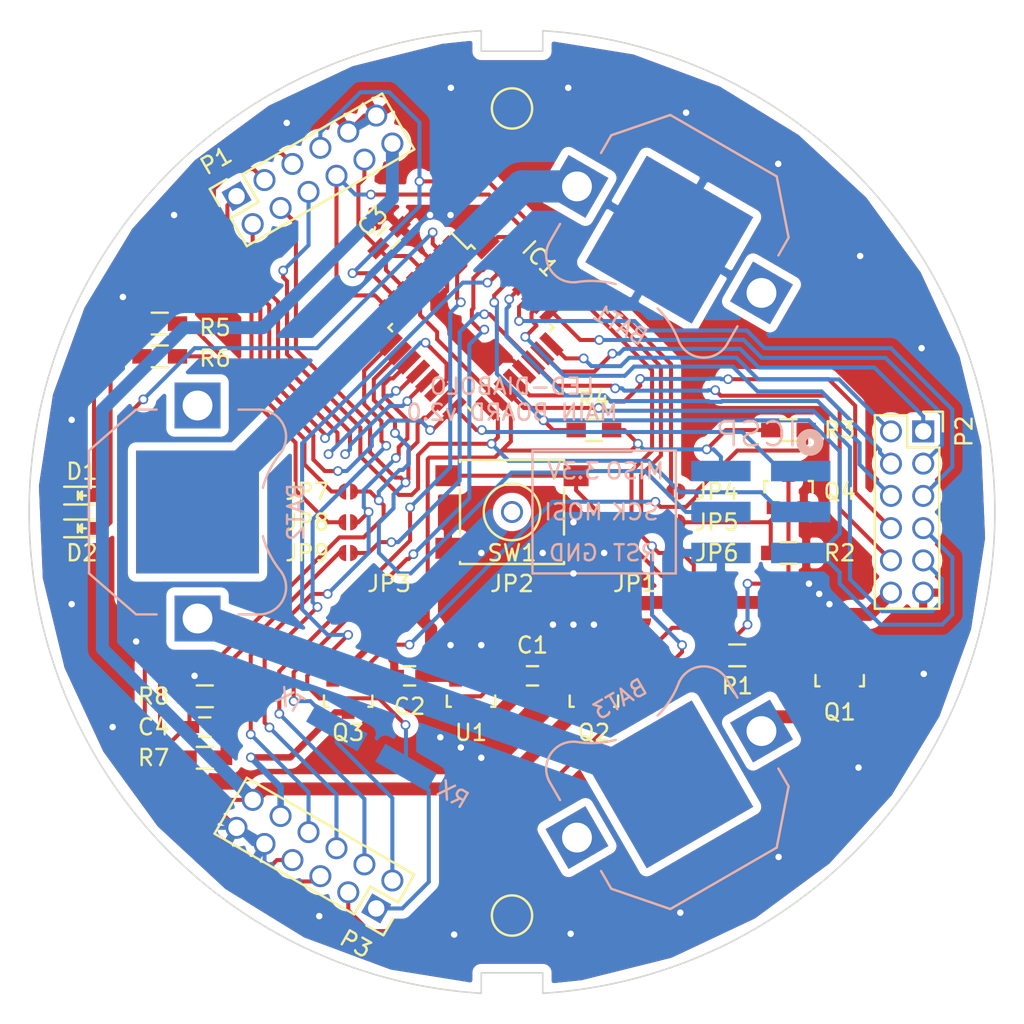
<source format=kicad_pcb>
(kicad_pcb (version 4) (host pcbnew "(2015-08-12 BZR 6086)-product")
  (title_block (title "LED-Diabolo Main Board") (date 2015-09-01) (rev 2.0))
  (layers (0 F.Cu signal) (31 B.Cu signal) (34 B.Paste user) (35 F.Paste user) (36 B.SilkS user) (37 F.SilkS user) (38 B.Mask user) (39 F.Mask user) (44 Edge.Cuts user))
  (net 0 "")
  (net 1 GND)
  (net 2 "Net-(C1-Pad1)")
  (net 3 +BATT)
  (net 4 "Net-(BAT1-Pad1)")
  (net 5 "Net-(BAT2-Pad1)")
  (net 6 +3.3V_STBY)
  (net 7 /+4.5V_EN)
  (net 8 "Net-(JP3-Pad2)")
  (net 9 +3V3)
  (net 10 /+3.3V_EN)
  (net 11 "Net-(BAT3-Pad1)")
  (net 12 /PD3)
  (net 13 /PD4)
  (net 14 /PB6)
  (net 15 /PB7)
  (net 16 /PD5)
  (net 17 /PD6)
  (net 18 /PD7)
  (net 19 /PB0)
  (net 20 /PB1)
  (net 21 /PB2)
  (net 22 /PB3)
  (net 23 /PB4)
  (net 24 /PB5)
  (net 25 /ADC6)
  (net 26 /ADC7)
  (net 27 /PC0)
  (net 28 /PC1)
  (net 29 /PC2)
  (net 30 /PC3)
  (net 31 /PC4)
  (net 32 /PC5)
  (net 33 /PD0)
  (net 34 /PD1)
  (net 35 /PD2)
  (net 36 /PC6)
  (net 37 +4.5V)
  (net 38 "Net-(JP6-Pad2)")
  (net 39 /AREF)
  (net 40 "Net-(C4-Pad1)")
  (net 41 "Net-(JP7-Pad2)")
  (net 42 "Net-(JP8-Pad2)")
  (net 43 "Net-(D1-Pad2)")
  (net 44 "Net-(D2-Pad2)")
  (net 45 "Net-(P6-Pad1)")
  (net 46 "Net-(W1-Pad1)")
  (net 47 "Net-(W2-Pad1)")
  (net 48 "Net-(W3-Pad1)")
  (net 49 "Net-(JP1-Pad2)")
  (net 50 "Net-(Q2-Pad1)")
  (module led-diabolo:SMD_PAD (layer F.Cu) (at 136.75 143.887495 210)
    (fp_text reference W3 hide)
    (fp_text value TST hide)
    (pad 1 smd rect (at 0 0 210) (size 7.62 7.62) (layers F.Cu F.Paste F.Mask) (net 48 "Net-(W3-Pad1)"))
  )
  (module led-diabolo:SMD_PAD (layer F.Cu) (at 107.5 127 90)
    (fp_text reference W2 hide)
    (fp_text value TST hide)
    (pad 1 smd rect (at 0 0 90) (size 7.62 7.62) (layers F.Cu F.Paste F.Mask) (net 47 "Net-(W2-Pad1)"))
  )
  (module led-diabolo:BAT_HOLDER_12MM_PTH (layer B.Cu) (at 136.75 143.887495 210)
    (fp_text reference BAT3 (at 0 6.096 210) (layer B.SilkS) (effects (justify mirror)))
    (fp_text value Battery)
    (pad 1 thru_hole rect (at 6.605 0 210) (size 2.85 2.85) (drill 1.85) (layers *.Cu *.Mask) (net 11 "Net-(BAT3-Pad1)"))
    (pad 1 thru_hole rect (at -6.605 0 210) (size 2.85 2.85) (drill 1.85) (layers *.Cu *.Mask) (net 11 "Net-(BAT3-Pad1)"))
    (pad 2 smd rect (at 0 0 210) (size 7.62 7.62) (layers B.Cu B.Paste B.Mask) (net 5 "Net-(BAT2-Pad1)"))
  )
  (module led-diabolo:BAT_HOLDER_12MM_PTH (layer B.Cu) (at 107.5 127 90)
    (fp_text reference BAT2 (at 0 6.096 90) (layer B.SilkS) (effects (justify mirror)))
    (fp_text value Battery)
    (pad 1 thru_hole rect (at 6.605 0 90) (size 2.85 2.85) (drill 1.85) (layers *.Cu *.Mask) (net 5 "Net-(BAT2-Pad1)"))
    (pad 1 thru_hole rect (at -6.605 0 90) (size 2.85 2.85) (drill 1.85) (layers *.Cu *.Mask) (net 5 "Net-(BAT2-Pad1)"))
    (pad 2 smd rect (at 0 0 90) (size 7.62 7.62) (layers B.Cu B.Paste B.Mask) (net 4 "Net-(BAT1-Pad1)"))
  )
  (module led-diabolo:BAT_HOLDER_12MM_PTH (layer B.Cu) (at 136.75 110.112505 330)
    (fp_text reference BAT1 (at 0 6.096 330) (layer B.SilkS) (effects (justify mirror)))
    (fp_text value Battery)
    (pad 1 thru_hole rect (at 6.605 0 330) (size 2.85 2.85) (drill 1.85) (layers *.Cu *.Mask) (net 4 "Net-(BAT1-Pad1)"))
    (pad 1 thru_hole rect (at -6.605 0 330) (size 2.85 2.85) (drill 1.85) (layers *.Cu *.Mask) (net 4 "Net-(BAT1-Pad1)"))
    (pad 2 smd rect (at 0 0 330) (size 7.62 7.62) (layers B.Cu B.Paste B.Mask) (net 1 GND))
  )
  (module Housings_QFP:TQFP-32_7x7mm_Pitch0.8mm (layer F.Cu) (at 124.46 115.57 315)
    (fp_text reference IC1 (at 0 -6.05 315) (layer F.SilkS))
    (fp_text value ATMEGA328P-A)
    (pad 1 smd rect (at -4.25 -2.8 315) (size 1.6 0.55) (layers F.Cu F.Paste F.Mask) (net 12 /PD3))
    (pad 2 smd rect (at -4.25 -2 315) (size 1.6 0.55) (layers F.Cu F.Paste F.Mask) (net 13 /PD4))
    (pad 3 smd rect (at -4.25 -1.2 315) (size 1.6 0.55) (layers F.Cu F.Paste F.Mask) (net 1 GND))
    (pad 4 smd rect (at -4.25 -0.4 315) (size 1.6 0.55) (layers F.Cu F.Paste F.Mask) (net 6 +3.3V_STBY))
    (pad 5 smd rect (at -4.25 0.4 315) (size 1.6 0.55) (layers F.Cu F.Paste F.Mask) (net 1 GND))
    (pad 6 smd rect (at -4.25 1.2 315) (size 1.6 0.55) (layers F.Cu F.Paste F.Mask) (net 6 +3.3V_STBY))
    (pad 7 smd rect (at -4.25 2 315) (size 1.6 0.55) (layers F.Cu F.Paste F.Mask) (net 14 /PB6))
    (pad 8 smd rect (at -4.25 2.8 315) (size 1.6 0.55) (layers F.Cu F.Paste F.Mask) (net 15 /PB7))
    (pad 9 smd rect (at -2.8 4.25 45) (size 1.6 0.55) (layers F.Cu F.Paste F.Mask) (net 16 /PD5))
    (pad 10 smd rect (at -2 4.25 45) (size 1.6 0.55) (layers F.Cu F.Paste F.Mask) (net 17 /PD6))
    (pad 11 smd rect (at -1.2 4.25 45) (size 1.6 0.55) (layers F.Cu F.Paste F.Mask) (net 18 /PD7))
    (pad 12 smd rect (at -0.4 4.25 45) (size 1.6 0.55) (layers F.Cu F.Paste F.Mask) (net 19 /PB0))
    (pad 13 smd rect (at 0.4 4.25 45) (size 1.6 0.55) (layers F.Cu F.Paste F.Mask) (net 20 /PB1))
    (pad 14 smd rect (at 1.2 4.25 45) (size 1.6 0.55) (layers F.Cu F.Paste F.Mask) (net 21 /PB2))
    (pad 15 smd rect (at 2 4.25 45) (size 1.6 0.55) (layers F.Cu F.Paste F.Mask) (net 22 /PB3))
    (pad 16 smd rect (at 2.8 4.25 45) (size 1.6 0.55) (layers F.Cu F.Paste F.Mask) (net 23 /PB4))
    (pad 17 smd rect (at 4.25 2.8 315) (size 1.6 0.55) (layers F.Cu F.Paste F.Mask) (net 24 /PB5))
    (pad 18 smd rect (at 4.25 2 315) (size 1.6 0.55) (layers F.Cu F.Paste F.Mask) (net 6 +3.3V_STBY))
    (pad 19 smd rect (at 4.25 1.2 315) (size 1.6 0.55) (layers F.Cu F.Paste F.Mask) (net 25 /ADC6))
    (pad 20 smd rect (at 4.25 0.4 315) (size 1.6 0.55) (layers F.Cu F.Paste F.Mask) (net 39 /AREF))
    (pad 21 smd rect (at 4.25 -0.4 315) (size 1.6 0.55) (layers F.Cu F.Paste F.Mask) (net 1 GND))
    (pad 22 smd rect (at 4.25 -1.2 315) (size 1.6 0.55) (layers F.Cu F.Paste F.Mask) (net 26 /ADC7))
    (pad 23 smd rect (at 4.25 -2 315) (size 1.6 0.55) (layers F.Cu F.Paste F.Mask) (net 27 /PC0))
    (pad 24 smd rect (at 4.25 -2.8 315) (size 1.6 0.55) (layers F.Cu F.Paste F.Mask) (net 28 /PC1))
    (pad 25 smd rect (at 2.8 -4.25 45) (size 1.6 0.55) (layers F.Cu F.Paste F.Mask) (net 29 /PC2))
    (pad 26 smd rect (at 2 -4.25 45) (size 1.6 0.55) (layers F.Cu F.Paste F.Mask) (net 30 /PC3))
    (pad 27 smd rect (at 1.2 -4.25 45) (size 1.6 0.55) (layers F.Cu F.Paste F.Mask) (net 31 /PC4))
    (pad 28 smd rect (at 0.4 -4.25 45) (size 1.6 0.55) (layers F.Cu F.Paste F.Mask) (net 32 /PC5))
    (pad 29 smd rect (at -0.4 -4.25 45) (size 1.6 0.55) (layers F.Cu F.Paste F.Mask) (net 36 /PC6))
    (pad 30 smd rect (at -1.2 -4.25 45) (size 1.6 0.55) (layers F.Cu F.Paste F.Mask) (net 33 /PD0))
    (pad 31 smd rect (at -2 -4.25 45) (size 1.6 0.55) (layers F.Cu F.Paste F.Mask) (net 34 /PD1))
    (pad 32 smd rect (at -2.8 -4.25 45) (size 1.6 0.55) (layers F.Cu F.Paste F.Mask) (net 35 /PD2))
  )
  (module Capacitors_SMD:C_0603_HandSoldering (layer F.Cu) (at 128.27 137.16)
    (fp_text reference C1 (at 0 -1.9) (layer F.SilkS))
    (fp_text value 1u)
    (pad 1 smd rect (at -0.95 0) (size 1.2 0.75) (layers F.Cu F.Paste F.Mask) (net 2 "Net-(C1-Pad1)"))
    (pad 2 smd rect (at 0.95 0) (size 1.2 0.75) (layers F.Cu F.Paste F.Mask) (net 1 GND))
  )
  (module Capacitors_SMD:C_0603_HandSoldering (layer F.Cu) (at 120.65 137.16 180)
    (fp_text reference C2 (at 0 -1.9 180) (layer F.SilkS))
    (fp_text value 1u)
    (pad 1 smd rect (at -0.95 0 180) (size 1.2 0.75) (layers F.Cu F.Paste F.Mask) (net 6 +3.3V_STBY))
    (pad 2 smd rect (at 0.95 0 180) (size 1.2 0.75) (layers F.Cu F.Paste F.Mask) (net 1 GND))
  )
  (module Capacitors_SMD:C_0603_HandSoldering (layer F.Cu) (at 119.38 109.982 45)
    (fp_text reference C3 (at 0 -1.436841 45) (layer F.SilkS))
    (fp_text value 1u)
    (pad 1 smd rect (at -0.95 0 45) (size 1.2 0.75) (layers F.Cu F.Paste F.Mask) (net 6 +3.3V_STBY))
    (pad 2 smd rect (at 0.95 0 45) (size 1.2 0.75) (layers F.Cu F.Paste F.Mask) (net 1 GND))
  )
  (module Resistors_SMD:R_0603_HandSoldering (layer F.Cu) (at 140.97 135.89 180)
    (fp_text reference R1 (at 0 -1.9 180) (layer F.SilkS))
    (fp_text value 100k)
    (pad 1 smd rect (at -1.1 0 180) (size 1.2 0.9) (layers F.Cu F.Paste F.Mask) (net 3 +BATT))
    (pad 2 smd rect (at 1.1 0 180) (size 1.2 0.9) (layers F.Cu F.Paste F.Mask) (net 50 "Net-(Q2-Pad1)"))
  )
  (module Buttons_Switches_SMD:SW_SPST_PTS645 (layer F.Cu) (at 127 127)
    (fp_text reference SW1 (at 0 2.54) (layer F.SilkS))
    (fp_text value SW_PUSH)
    (pad 2 smd rect (at -3.975 2.25) (size 1.55 1.3) (layers F.Cu F.Paste F.Mask) (net 1 GND))
    (pad 1 smd rect (at -3.975 -2.25) (size 1.55 1.3) (layers F.Cu F.Paste F.Mask) (net 38 "Net-(JP6-Pad2)"))
    (pad 1 smd rect (at 3.975 -2.25) (size 1.55 1.3) (layers F.Cu F.Paste F.Mask) (net 38 "Net-(JP6-Pad2)"))
    (pad 2 smd rect (at 3.975 2.25) (size 1.55 1.3) (layers F.Cu F.Paste F.Mask) (net 1 GND))
  )
  (module Resistors_SMD:R_0603_HandSoldering (layer F.Cu) (at 144.145 129.54 180)
    (fp_text reference R2 (at -3.175 0 180) (layer F.SilkS))
    (fp_text value 100k)
    (pad 1 smd rect (at -1.1 0 180) (size 1.2 0.9) (layers F.Cu F.Paste F.Mask) (net 1 GND))
    (pad 2 smd rect (at 1.1 0 180) (size 1.2 0.9) (layers F.Cu F.Paste F.Mask) (net 7 /+4.5V_EN))
  )
  (module Resistors_SMD:R_0603_HandSoldering (layer F.Cu) (at 144.145 121.92)
    (fp_text reference R3 (at 3.175 0) (layer F.SilkS))
    (fp_text value 100k)
    (pad 1 smd rect (at -1.1 0) (size 1.2 0.9) (layers F.Cu F.Paste F.Mask) (net 6 +3.3V_STBY))
    (pad 2 smd rect (at 1.1 0) (size 1.2 0.9) (layers F.Cu F.Paste F.Mask) (net 10 /+3.3V_EN))
  )
  (module Resistors_SMD:R_0603_HandSoldering (layer F.Cu) (at 132.08 121.92)
    (fp_text reference R4 (at 0 -1.9) (layer F.SilkS))
    (fp_text value 100k)
    (pad 1 smd rect (at -1.1 0) (size 1.2 0.9) (layers F.Cu F.Paste F.Mask) (net 36 /PC6))
    (pad 2 smd rect (at 1.1 0) (size 1.2 0.9) (layers F.Cu F.Paste F.Mask) (net 6 +3.3V_STBY))
  )
  (module led-diabolo:SMD_JUMPER_2 (layer F.Cu) (at 134.62 133.35 270)
    (fp_text reference JP1 (at -1.905 0 360) (layer F.SilkS))
    (fp_text value Jumper_NC_Small hide)
    (pad 1 smd trapezoid (at -0.35 0 90) (size 0.2 1.99) (rect_delta 0.01 0) (layers F.Cu F.Paste F.Mask) (net 3 +BATT))
    (pad 1 smd trapezoid (at -0.55 0 90) (size 0.2 1.91) (rect_delta 0.07 0) (layers F.Cu F.Paste F.Mask) (net 3 +BATT))
    (pad 1 smd trapezoid (at -0.75 0 90) (size 0.2 1.73) (rect_delta 0.11 0) (layers F.Cu F.Paste F.Mask) (net 3 +BATT))
    (pad 1 smd trapezoid (at -1.1 0 90) (size 0.1 1.05) (rect_delta 0.17 0) (layers F.Cu F.Paste F.Mask) (net 3 +BATT))
    (pad 1 smd trapezoid (at -1.2 0 90) (size 0.1 0.58) (rect_delta 0.3 0) (layers F.Cu F.Paste F.Mask) (net 3 +BATT))
    (pad 1 smd trapezoid (at -0.95 0 90) (size 0.2 1.42) (rect_delta 0.2 0) (layers F.Cu F.Paste F.Mask) (net 3 +BATT))
    (pad 2 smd trapezoid (at 1.2 0 270) (size 0.1 0.58) (rect_delta 0.3 0) (layers F.Cu F.Paste F.Mask) (net 49 "Net-(JP1-Pad2)"))
    (pad 2 smd trapezoid (at 0.35 0 270) (size 0.2 1.99) (rect_delta 0.01 0) (layers F.Cu F.Paste F.Mask) (net 49 "Net-(JP1-Pad2)"))
    (pad 2 smd trapezoid (at 0.55 0 270) (size 0.2 1.91) (rect_delta 0.07 0) (layers F.Cu F.Paste F.Mask) (net 49 "Net-(JP1-Pad2)"))
    (pad 2 smd trapezoid (at 0.75 0 270) (size 0.2 1.73) (rect_delta 0.11 0) (layers F.Cu F.Paste F.Mask) (net 49 "Net-(JP1-Pad2)"))
    (pad 2 smd trapezoid (at 1.1 0 270) (size 0.1 1.05) (rect_delta 0.17 0) (layers F.Cu F.Paste F.Mask) (net 49 "Net-(JP1-Pad2)"))
    (pad 2 smd trapezoid (at 0.95 0 270) (size 0.2 1.42) (rect_delta 0.2 0) (layers F.Cu F.Paste F.Mask) (net 49 "Net-(JP1-Pad2)"))
  )
  (module led-diabolo:SMD_JUMPER_2 (layer F.Cu) (at 127 133.35 270)
    (fp_text reference JP2 (at -1.905 0 360) (layer F.SilkS))
    (fp_text value Jumper_NC_Small hide)
    (pad 1 smd trapezoid (at -0.35 0 90) (size 0.2 1.99) (rect_delta 0.01 0) (layers F.Cu F.Paste F.Mask) (net 3 +BATT))
    (pad 1 smd trapezoid (at -0.55 0 90) (size 0.2 1.91) (rect_delta 0.07 0) (layers F.Cu F.Paste F.Mask) (net 3 +BATT))
    (pad 1 smd trapezoid (at -0.75 0 90) (size 0.2 1.73) (rect_delta 0.11 0) (layers F.Cu F.Paste F.Mask) (net 3 +BATT))
    (pad 1 smd trapezoid (at -1.1 0 90) (size 0.1 1.05) (rect_delta 0.17 0) (layers F.Cu F.Paste F.Mask) (net 3 +BATT))
    (pad 1 smd trapezoid (at -1.2 0 90) (size 0.1 0.58) (rect_delta 0.3 0) (layers F.Cu F.Paste F.Mask) (net 3 +BATT))
    (pad 1 smd trapezoid (at -0.95 0 90) (size 0.2 1.42) (rect_delta 0.2 0) (layers F.Cu F.Paste F.Mask) (net 3 +BATT))
    (pad 2 smd trapezoid (at 1.2 0 270) (size 0.1 0.58) (rect_delta 0.3 0) (layers F.Cu F.Paste F.Mask) (net 2 "Net-(C1-Pad1)"))
    (pad 2 smd trapezoid (at 0.35 0 270) (size 0.2 1.99) (rect_delta 0.01 0) (layers F.Cu F.Paste F.Mask) (net 2 "Net-(C1-Pad1)"))
    (pad 2 smd trapezoid (at 0.55 0 270) (size 0.2 1.91) (rect_delta 0.07 0) (layers F.Cu F.Paste F.Mask) (net 2 "Net-(C1-Pad1)"))
    (pad 2 smd trapezoid (at 0.75 0 270) (size 0.2 1.73) (rect_delta 0.11 0) (layers F.Cu F.Paste F.Mask) (net 2 "Net-(C1-Pad1)"))
    (pad 2 smd trapezoid (at 1.1 0 270) (size 0.1 1.05) (rect_delta 0.17 0) (layers F.Cu F.Paste F.Mask) (net 2 "Net-(C1-Pad1)"))
    (pad 2 smd trapezoid (at 0.95 0 270) (size 0.2 1.42) (rect_delta 0.2 0) (layers F.Cu F.Paste F.Mask) (net 2 "Net-(C1-Pad1)"))
  )
  (module led-diabolo:SMD_JUMPER_2 (layer F.Cu) (at 119.38 133.35 270)
    (fp_text reference JP3 (at -1.905 0 360) (layer F.SilkS))
    (fp_text value Jumper_NC_Small hide)
    (pad 1 smd trapezoid (at -0.35 0 90) (size 0.2 1.99) (rect_delta 0.01 0) (layers F.Cu F.Paste F.Mask) (net 6 +3.3V_STBY))
    (pad 1 smd trapezoid (at -0.55 0 90) (size 0.2 1.91) (rect_delta 0.07 0) (layers F.Cu F.Paste F.Mask) (net 6 +3.3V_STBY))
    (pad 1 smd trapezoid (at -0.75 0 90) (size 0.2 1.73) (rect_delta 0.11 0) (layers F.Cu F.Paste F.Mask) (net 6 +3.3V_STBY))
    (pad 1 smd trapezoid (at -1.1 0 90) (size 0.1 1.05) (rect_delta 0.17 0) (layers F.Cu F.Paste F.Mask) (net 6 +3.3V_STBY))
    (pad 1 smd trapezoid (at -1.2 0 90) (size 0.1 0.58) (rect_delta 0.3 0) (layers F.Cu F.Paste F.Mask) (net 6 +3.3V_STBY))
    (pad 1 smd trapezoid (at -0.95 0 90) (size 0.2 1.42) (rect_delta 0.2 0) (layers F.Cu F.Paste F.Mask) (net 6 +3.3V_STBY))
    (pad 2 smd trapezoid (at 1.2 0 270) (size 0.1 0.58) (rect_delta 0.3 0) (layers F.Cu F.Paste F.Mask) (net 8 "Net-(JP3-Pad2)"))
    (pad 2 smd trapezoid (at 0.35 0 270) (size 0.2 1.99) (rect_delta 0.01 0) (layers F.Cu F.Paste F.Mask) (net 8 "Net-(JP3-Pad2)"))
    (pad 2 smd trapezoid (at 0.55 0 270) (size 0.2 1.91) (rect_delta 0.07 0) (layers F.Cu F.Paste F.Mask) (net 8 "Net-(JP3-Pad2)"))
    (pad 2 smd trapezoid (at 0.75 0 270) (size 0.2 1.73) (rect_delta 0.11 0) (layers F.Cu F.Paste F.Mask) (net 8 "Net-(JP3-Pad2)"))
    (pad 2 smd trapezoid (at 1.1 0 270) (size 0.1 1.05) (rect_delta 0.17 0) (layers F.Cu F.Paste F.Mask) (net 8 "Net-(JP3-Pad2)"))
    (pad 2 smd trapezoid (at 0.95 0 270) (size 0.2 1.42) (rect_delta 0.2 0) (layers F.Cu F.Paste F.Mask) (net 8 "Net-(JP3-Pad2)"))
  )
  (module led-diabolo:SMD_JUMPER_1 (layer F.Cu) (at 137.16 129.54)
    (fp_text reference JP6 (at 2.54 0) (layer F.SilkS))
    (fp_text value Jumper_NC_Small hide)
    (pad 1 smd trapezoid (at -0.175 0 180) (size 0.1 0.995) (rect_delta 0.005 0) (layers F.Cu F.Paste F.Mask) (net 35 /PD2))
    (pad 1 smd trapezoid (at -0.275 0 180) (size 0.1 0.955) (rect_delta 0.035 0) (layers F.Cu F.Paste F.Mask) (net 35 /PD2))
    (pad 1 smd trapezoid (at -0.375 0 180) (size 0.1 0.865) (rect_delta 0.055 0) (layers F.Cu F.Paste F.Mask) (net 35 /PD2))
    (pad 1 smd trapezoid (at -0.55 0 180) (size 0.05 0.525) (rect_delta 0.085 0) (layers F.Cu F.Paste F.Mask) (net 35 /PD2))
    (pad 1 smd trapezoid (at -0.6 0 180) (size 0.05 0.29) (rect_delta 0.15 0) (layers F.Cu F.Paste F.Mask) (net 35 /PD2))
    (pad 1 smd trapezoid (at -0.475 0 180) (size 0.1 0.71) (rect_delta 0.1 0) (layers F.Cu F.Paste F.Mask) (net 35 /PD2))
    (pad 2 smd trapezoid (at 0.55 0) (size 0.05 0.525) (rect_delta 0.085 0) (layers F.Cu F.Paste F.Mask) (net 38 "Net-(JP6-Pad2)"))
    (pad 2 smd trapezoid (at 0.6 0) (size 0.05 0.29) (rect_delta 0.15 0) (layers F.Cu F.Paste F.Mask) (net 38 "Net-(JP6-Pad2)"))
    (pad 2 smd trapezoid (at 0.475 0) (size 0.1 0.71) (rect_delta 0.1 0) (layers F.Cu F.Paste F.Mask) (net 38 "Net-(JP6-Pad2)"))
    (pad 2 smd trapezoid (at 0.375 0) (size 0.1 0.865) (rect_delta 0.055 0) (layers F.Cu F.Paste F.Mask) (net 38 "Net-(JP6-Pad2)"))
    (pad 2 smd trapezoid (at 0.275 0) (size 0.1 0.955) (rect_delta 0.035 0) (layers F.Cu F.Paste F.Mask) (net 38 "Net-(JP6-Pad2)"))
    (pad 2 smd trapezoid (at 0.175 0) (size 0.1 0.995) (rect_delta 0.005 0) (layers F.Cu F.Paste F.Mask) (net 38 "Net-(JP6-Pad2)"))
  )
  (module led-diabolo:SMD_JUMPER_1 (layer F.Cu) (at 137.16 127.635)
    (fp_text reference JP5 (at 2.54 0) (layer F.SilkS))
    (fp_text value Jumper_NC_Small hide)
    (pad 1 smd trapezoid (at -0.175 0 180) (size 0.1 0.995) (rect_delta 0.005 0) (layers F.Cu F.Paste F.Mask) (net 15 /PB7))
    (pad 1 smd trapezoid (at -0.275 0 180) (size 0.1 0.955) (rect_delta 0.035 0) (layers F.Cu F.Paste F.Mask) (net 15 /PB7))
    (pad 1 smd trapezoid (at -0.375 0 180) (size 0.1 0.865) (rect_delta 0.055 0) (layers F.Cu F.Paste F.Mask) (net 15 /PB7))
    (pad 1 smd trapezoid (at -0.55 0 180) (size 0.05 0.525) (rect_delta 0.085 0) (layers F.Cu F.Paste F.Mask) (net 15 /PB7))
    (pad 1 smd trapezoid (at -0.6 0 180) (size 0.05 0.29) (rect_delta 0.15 0) (layers F.Cu F.Paste F.Mask) (net 15 /PB7))
    (pad 1 smd trapezoid (at -0.475 0 180) (size 0.1 0.71) (rect_delta 0.1 0) (layers F.Cu F.Paste F.Mask) (net 15 /PB7))
    (pad 2 smd trapezoid (at 0.55 0) (size 0.05 0.525) (rect_delta 0.085 0) (layers F.Cu F.Paste F.Mask) (net 7 /+4.5V_EN))
    (pad 2 smd trapezoid (at 0.6 0) (size 0.05 0.29) (rect_delta 0.15 0) (layers F.Cu F.Paste F.Mask) (net 7 /+4.5V_EN))
    (pad 2 smd trapezoid (at 0.475 0) (size 0.1 0.71) (rect_delta 0.1 0) (layers F.Cu F.Paste F.Mask) (net 7 /+4.5V_EN))
    (pad 2 smd trapezoid (at 0.375 0) (size 0.1 0.865) (rect_delta 0.055 0) (layers F.Cu F.Paste F.Mask) (net 7 /+4.5V_EN))
    (pad 2 smd trapezoid (at 0.275 0) (size 0.1 0.955) (rect_delta 0.035 0) (layers F.Cu F.Paste F.Mask) (net 7 /+4.5V_EN))
    (pad 2 smd trapezoid (at 0.175 0) (size 0.1 0.995) (rect_delta 0.005 0) (layers F.Cu F.Paste F.Mask) (net 7 /+4.5V_EN))
  )
  (module led-diabolo:SMD_JUMPER_1 (layer F.Cu) (at 137.16 125.73)
    (fp_text reference JP4 (at 2.54 0) (layer F.SilkS))
    (fp_text value Jumper_NC_Small hide)
    (pad 1 smd trapezoid (at -0.175 0 180) (size 0.1 0.995) (rect_delta 0.005 0) (layers F.Cu F.Paste F.Mask) (net 14 /PB6))
    (pad 1 smd trapezoid (at -0.275 0 180) (size 0.1 0.955) (rect_delta 0.035 0) (layers F.Cu F.Paste F.Mask) (net 14 /PB6))
    (pad 1 smd trapezoid (at -0.375 0 180) (size 0.1 0.865) (rect_delta 0.055 0) (layers F.Cu F.Paste F.Mask) (net 14 /PB6))
    (pad 1 smd trapezoid (at -0.55 0 180) (size 0.05 0.525) (rect_delta 0.085 0) (layers F.Cu F.Paste F.Mask) (net 14 /PB6))
    (pad 1 smd trapezoid (at -0.6 0 180) (size 0.05 0.29) (rect_delta 0.15 0) (layers F.Cu F.Paste F.Mask) (net 14 /PB6))
    (pad 1 smd trapezoid (at -0.475 0 180) (size 0.1 0.71) (rect_delta 0.1 0) (layers F.Cu F.Paste F.Mask) (net 14 /PB6))
    (pad 2 smd trapezoid (at 0.55 0) (size 0.05 0.525) (rect_delta 0.085 0) (layers F.Cu F.Paste F.Mask) (net 10 /+3.3V_EN))
    (pad 2 smd trapezoid (at 0.6 0) (size 0.05 0.29) (rect_delta 0.15 0) (layers F.Cu F.Paste F.Mask) (net 10 /+3.3V_EN))
    (pad 2 smd trapezoid (at 0.475 0) (size 0.1 0.71) (rect_delta 0.1 0) (layers F.Cu F.Paste F.Mask) (net 10 /+3.3V_EN))
    (pad 2 smd trapezoid (at 0.375 0) (size 0.1 0.865) (rect_delta 0.055 0) (layers F.Cu F.Paste F.Mask) (net 10 /+3.3V_EN))
    (pad 2 smd trapezoid (at 0.275 0) (size 0.1 0.955) (rect_delta 0.035 0) (layers F.Cu F.Paste F.Mask) (net 10 /+3.3V_EN))
    (pad 2 smd trapezoid (at 0.175 0) (size 0.1 0.995) (rect_delta 0.005 0) (layers F.Cu F.Paste F.Mask) (net 10 /+3.3V_EN))
  )
  (module TO_SOT_Packages_SMD:SOT-23 (layer F.Cu) (at 147.32 137.16 180)
    (fp_text reference Q1 (at 0 -2.25 180) (layer F.SilkS))
    (fp_text value DMG2305UX)
    (pad 1 smd rect (at -0.95 1.00076 180) (size 0.8001 0.8001) (layers F.Cu F.Paste F.Mask) (net 1 GND))
    (pad 2 smd rect (at 0.95 1.00076 180) (size 0.8001 0.8001) (layers F.Cu F.Paste F.Mask) (net 3 +BATT))
    (pad 3 smd rect (at 0 -0.99822 180) (size 0.8001 0.8001) (layers F.Cu F.Paste F.Mask) (net 11 "Net-(BAT3-Pad1)"))
  )
  (module TO_SOT_Packages_SMD:SOT-23 (layer F.Cu) (at 132.08 138.43 180)
    (fp_text reference Q2 (at 0 -2.25 180) (layer F.SilkS))
    (fp_text value DMG2305UX)
    (pad 1 smd rect (at -0.95 1.00076 180) (size 0.8001 0.8001) (layers F.Cu F.Paste F.Mask) (net 50 "Net-(Q2-Pad1)"))
    (pad 2 smd rect (at 0.95 1.00076 180) (size 0.8001 0.8001) (layers F.Cu F.Paste F.Mask) (net 49 "Net-(JP1-Pad2)"))
    (pad 3 smd rect (at 0 -0.99822 180) (size 0.8001 0.8001) (layers F.Cu F.Paste F.Mask) (net 37 +4.5V))
  )
  (module TO_SOT_Packages_SMD:SOT-23 (layer F.Cu) (at 116.84 138.43 180)
    (fp_text reference Q3 (at 0 -2.25 180) (layer F.SilkS))
    (fp_text value IRLML5103PbF)
    (pad 1 smd rect (at -0.95 1.00076 180) (size 0.8001 0.8001) (layers F.Cu F.Paste F.Mask) (net 10 /+3.3V_EN))
    (pad 2 smd rect (at 0.95 1.00076 180) (size 0.8001 0.8001) (layers F.Cu F.Paste F.Mask) (net 8 "Net-(JP3-Pad2)"))
    (pad 3 smd rect (at 0 -0.99822 180) (size 0.8001 0.8001) (layers F.Cu F.Paste F.Mask) (net 9 +3V3))
  )
  (module TO_SOT_Packages_SMD:SOT-23 (layer F.Cu) (at 144.145 125.73)
    (fp_text reference Q4 (at 3.175 0) (layer F.SilkS))
    (fp_text value 2N7002P)
    (pad 1 smd rect (at -0.95 1.00076) (size 0.8001 0.8001) (layers F.Cu F.Paste F.Mask) (net 7 /+4.5V_EN))
    (pad 2 smd rect (at 0.95 1.00076) (size 0.8001 0.8001) (layers F.Cu F.Paste F.Mask) (net 1 GND))
    (pad 3 smd rect (at 0 -0.99822) (size 0.8001 0.8001) (layers F.Cu F.Paste F.Mask) (net 50 "Net-(Q2-Pad1)"))
  )
  (module Capacitors_SMD:C_0603_HandSoldering (layer F.Cu) (at 107.95 140.335 180)
    (fp_text reference C4 (at 3.175 0 180) (layer F.SilkS))
    (fp_text value 100n)
    (pad 1 smd rect (at -0.95 0 180) (size 1.2 0.75) (layers F.Cu F.Paste F.Mask) (net 40 "Net-(C4-Pad1)"))
    (pad 2 smd rect (at 0.95 0 180) (size 1.2 0.75) (layers F.Cu F.Paste F.Mask) (net 1 GND))
  )
  (module led-diabolo:SMD_JUMPER_1 (layer F.Cu) (at 116.84 125.73 180)
    (fp_text reference JP7 (at 2.54 0 180) (layer F.SilkS))
    (fp_text value Jumper_NC_Small hide)
    (pad 1 smd trapezoid (at -0.175 0) (size 0.1 0.995) (rect_delta 0.005 0) (layers F.Cu F.Paste F.Mask) (net 17 /PD6))
    (pad 1 smd trapezoid (at -0.275 0) (size 0.1 0.955) (rect_delta 0.035 0) (layers F.Cu F.Paste F.Mask) (net 17 /PD6))
    (pad 1 smd trapezoid (at -0.375 0) (size 0.1 0.865) (rect_delta 0.055 0) (layers F.Cu F.Paste F.Mask) (net 17 /PD6))
    (pad 1 smd trapezoid (at -0.55 0) (size 0.05 0.525) (rect_delta 0.085 0) (layers F.Cu F.Paste F.Mask) (net 17 /PD6))
    (pad 1 smd trapezoid (at -0.6 0) (size 0.05 0.29) (rect_delta 0.15 0) (layers F.Cu F.Paste F.Mask) (net 17 /PD6))
    (pad 1 smd trapezoid (at -0.475 0) (size 0.1 0.71) (rect_delta 0.1 0) (layers F.Cu F.Paste F.Mask) (net 17 /PD6))
    (pad 2 smd trapezoid (at 0.55 0 180) (size 0.05 0.525) (rect_delta 0.085 0) (layers F.Cu F.Paste F.Mask) (net 41 "Net-(JP7-Pad2)"))
    (pad 2 smd trapezoid (at 0.6 0 180) (size 0.05 0.29) (rect_delta 0.15 0) (layers F.Cu F.Paste F.Mask) (net 41 "Net-(JP7-Pad2)"))
    (pad 2 smd trapezoid (at 0.475 0 180) (size 0.1 0.71) (rect_delta 0.1 0) (layers F.Cu F.Paste F.Mask) (net 41 "Net-(JP7-Pad2)"))
    (pad 2 smd trapezoid (at 0.375 0 180) (size 0.1 0.865) (rect_delta 0.055 0) (layers F.Cu F.Paste F.Mask) (net 41 "Net-(JP7-Pad2)"))
    (pad 2 smd trapezoid (at 0.275 0 180) (size 0.1 0.955) (rect_delta 0.035 0) (layers F.Cu F.Paste F.Mask) (net 41 "Net-(JP7-Pad2)"))
    (pad 2 smd trapezoid (at 0.175 0 180) (size 0.1 0.995) (rect_delta 0.005 0) (layers F.Cu F.Paste F.Mask) (net 41 "Net-(JP7-Pad2)"))
  )
  (module led-diabolo:SMD_JUMPER_1 (layer F.Cu) (at 116.84 127.635 180)
    (fp_text reference JP8 (at 2.54 0 180) (layer F.SilkS))
    (fp_text value Jumper_NC_Small hide)
    (pad 1 smd trapezoid (at -0.175 0) (size 0.1 0.995) (rect_delta 0.005 0) (layers F.Cu F.Paste F.Mask) (net 18 /PD7))
    (pad 1 smd trapezoid (at -0.275 0) (size 0.1 0.955) (rect_delta 0.035 0) (layers F.Cu F.Paste F.Mask) (net 18 /PD7))
    (pad 1 smd trapezoid (at -0.375 0) (size 0.1 0.865) (rect_delta 0.055 0) (layers F.Cu F.Paste F.Mask) (net 18 /PD7))
    (pad 1 smd trapezoid (at -0.55 0) (size 0.05 0.525) (rect_delta 0.085 0) (layers F.Cu F.Paste F.Mask) (net 18 /PD7))
    (pad 1 smd trapezoid (at -0.6 0) (size 0.05 0.29) (rect_delta 0.15 0) (layers F.Cu F.Paste F.Mask) (net 18 /PD7))
    (pad 1 smd trapezoid (at -0.475 0) (size 0.1 0.71) (rect_delta 0.1 0) (layers F.Cu F.Paste F.Mask) (net 18 /PD7))
    (pad 2 smd trapezoid (at 0.55 0 180) (size 0.05 0.525) (rect_delta 0.085 0) (layers F.Cu F.Paste F.Mask) (net 42 "Net-(JP8-Pad2)"))
    (pad 2 smd trapezoid (at 0.6 0 180) (size 0.05 0.29) (rect_delta 0.15 0) (layers F.Cu F.Paste F.Mask) (net 42 "Net-(JP8-Pad2)"))
    (pad 2 smd trapezoid (at 0.475 0 180) (size 0.1 0.71) (rect_delta 0.1 0) (layers F.Cu F.Paste F.Mask) (net 42 "Net-(JP8-Pad2)"))
    (pad 2 smd trapezoid (at 0.375 0 180) (size 0.1 0.865) (rect_delta 0.055 0) (layers F.Cu F.Paste F.Mask) (net 42 "Net-(JP8-Pad2)"))
    (pad 2 smd trapezoid (at 0.275 0 180) (size 0.1 0.955) (rect_delta 0.035 0) (layers F.Cu F.Paste F.Mask) (net 42 "Net-(JP8-Pad2)"))
    (pad 2 smd trapezoid (at 0.175 0 180) (size 0.1 0.995) (rect_delta 0.005 0) (layers F.Cu F.Paste F.Mask) (net 42 "Net-(JP8-Pad2)"))
  )
  (module led-diabolo:SMD_JUMPER_1 (layer F.Cu) (at 116.84 129.54 180)
    (fp_text reference JP9 (at 2.54 0 180) (layer F.SilkS))
    (fp_text value Jumper_NC_Small hide)
    (pad 1 smd trapezoid (at -0.175 0) (size 0.1 0.995) (rect_delta 0.005 0) (layers F.Cu F.Paste F.Mask) (net 26 /ADC7))
    (pad 1 smd trapezoid (at -0.275 0) (size 0.1 0.955) (rect_delta 0.035 0) (layers F.Cu F.Paste F.Mask) (net 26 /ADC7))
    (pad 1 smd trapezoid (at -0.375 0) (size 0.1 0.865) (rect_delta 0.055 0) (layers F.Cu F.Paste F.Mask) (net 26 /ADC7))
    (pad 1 smd trapezoid (at -0.55 0) (size 0.05 0.525) (rect_delta 0.085 0) (layers F.Cu F.Paste F.Mask) (net 26 /ADC7))
    (pad 1 smd trapezoid (at -0.6 0) (size 0.05 0.29) (rect_delta 0.15 0) (layers F.Cu F.Paste F.Mask) (net 26 /ADC7))
    (pad 1 smd trapezoid (at -0.475 0) (size 0.1 0.71) (rect_delta 0.1 0) (layers F.Cu F.Paste F.Mask) (net 26 /ADC7))
    (pad 2 smd trapezoid (at 0.55 0 180) (size 0.05 0.525) (rect_delta 0.085 0) (layers F.Cu F.Paste F.Mask) (net 40 "Net-(C4-Pad1)"))
    (pad 2 smd trapezoid (at 0.6 0 180) (size 0.05 0.29) (rect_delta 0.15 0) (layers F.Cu F.Paste F.Mask) (net 40 "Net-(C4-Pad1)"))
    (pad 2 smd trapezoid (at 0.475 0 180) (size 0.1 0.71) (rect_delta 0.1 0) (layers F.Cu F.Paste F.Mask) (net 40 "Net-(C4-Pad1)"))
    (pad 2 smd trapezoid (at 0.375 0 180) (size 0.1 0.865) (rect_delta 0.055 0) (layers F.Cu F.Paste F.Mask) (net 40 "Net-(C4-Pad1)"))
    (pad 2 smd trapezoid (at 0.275 0 180) (size 0.1 0.955) (rect_delta 0.035 0) (layers F.Cu F.Paste F.Mask) (net 40 "Net-(C4-Pad1)"))
    (pad 2 smd trapezoid (at 0.175 0 180) (size 0.1 0.995) (rect_delta 0.005 0) (layers F.Cu F.Paste F.Mask) (net 40 "Net-(C4-Pad1)"))
  )
  (module Resistors_SMD:R_0603_HandSoldering (layer F.Cu) (at 105.156 115.316 180)
    (fp_text reference R5 (at -3.429 -0.254 180) (layer F.SilkS))
    (fp_text value 120)
    (pad 1 smd rect (at -1.1 0 180) (size 1.2 0.9) (layers F.Cu F.Paste F.Mask) (net 41 "Net-(JP7-Pad2)"))
    (pad 2 smd rect (at 1.1 0 180) (size 1.2 0.9) (layers F.Cu F.Paste F.Mask) (net 43 "Net-(D1-Pad2)"))
  )
  (module Resistors_SMD:R_0603_HandSoldering (layer F.Cu) (at 105.156 117.348 180)
    (fp_text reference R6 (at -3.429 -0.127 180) (layer F.SilkS))
    (fp_text value 150)
    (pad 1 smd rect (at -1.1 0 180) (size 1.2 0.9) (layers F.Cu F.Paste F.Mask) (net 42 "Net-(JP8-Pad2)"))
    (pad 2 smd rect (at 1.1 0 180) (size 1.2 0.9) (layers F.Cu F.Paste F.Mask) (net 44 "Net-(D2-Pad2)"))
  )
  (module Resistors_SMD:R_0603_HandSoldering (layer F.Cu) (at 107.95 142.24)
    (fp_text reference R7 (at -3.175 0) (layer F.SilkS))
    (fp_text value 100k)
    (pad 1 smd rect (at -1.1 0) (size 1.2 0.9) (layers F.Cu F.Paste F.Mask) (net 37 +4.5V))
    (pad 2 smd rect (at 1.1 0) (size 1.2 0.9) (layers F.Cu F.Paste F.Mask) (net 40 "Net-(C4-Pad1)"))
  )
  (module Resistors_SMD:R_0603_HandSoldering (layer F.Cu) (at 107.95 138.43 180)
    (fp_text reference R8 (at 3.175 0 180) (layer F.SilkS))
    (fp_text value 220k)
    (pad 1 smd rect (at -1.1 0 180) (size 1.2 0.9) (layers F.Cu F.Paste F.Mask) (net 40 "Net-(C4-Pad1)"))
    (pad 2 smd rect (at 1.1 0 180) (size 1.2 0.9) (layers F.Cu F.Paste F.Mask) (net 1 GND))
  )
  (module LEDs:LED-0603 (layer F.Cu) (at 100.33 125.984)
    (fp_text reference D1 (at 0 -1.5) (layer F.SilkS))
    (fp_text value Green)
    (pad 2 smd rect (at 0.7493 0 180) (size 0.79756 0.79756) (layers F.Cu F.Paste F.Mask) (net 43 "Net-(D1-Pad2)"))
    (pad 1 smd rect (at -0.7493 0 180) (size 0.79756 0.79756) (layers F.Cu F.Paste F.Mask) (net 1 GND))
  )
  (module LEDs:LED-0603 (layer F.Cu) (at 100.33 128.016)
    (fp_text reference D2 (at 0 1.524) (layer F.SilkS))
    (fp_text value Red)
    (pad 2 smd rect (at 0.7493 0 180) (size 0.79756 0.79756) (layers F.Cu F.Paste F.Mask) (net 44 "Net-(D2-Pad2)"))
    (pad 1 smd rect (at -0.7493 0 180) (size 0.79756 0.79756) (layers F.Cu F.Paste F.Mask) (net 1 GND))
  )
  (module led-diabolo:SERIAL_2x01_SMD (layer B.Cu) (at 119.38 142.24 150)
    (fp_text reference P5)
    (fp_text value CONN_02X01)
    (fp_text user TX (at 7.112 0 150) (layer B.SilkS) (effects (justify mirror)))
    (fp_text user RX (at -4.572 0 150) (layer B.SilkS) (effects (justify mirror)))
    (pad 1 connect rect (at -1.205 0 150) (size 3.68 1.27) (layers B.Cu B.Mask) (net 33 /PD0))
    (pad 2 connect rect (at 3.745 0 150) (size 3.68 1.27) (layers B.Cu B.Mask) (net 34 /PD1))
  )
  (module led-diabolo:ICSP_2x03_SMD (layer B.Cu) (at 143.699 124.46 180)
    (fp_text reference P4)
    (fp_text value ICSP)
    (fp_text user ICSP (at 1.524 2.286 180) (layer B.SilkS) (effects (font (size 1.5 1.5)) (justify mirror)))
    (fp_text user GND (at 12.889 -5.08 180) (layer B.SilkS) (effects (justify mirror)))
    (fp_text user MOSI (at 12.889 -2.54 180) (layer B.SilkS) (effects (justify mirror)))
    (fp_text user 3.3V (at 12.889 0 180) (layer B.SilkS) (effects (justify mirror)))
    (fp_text user RST (at 9.079 -5.08 180) (layer B.SilkS) (effects (justify mirror)))
    (fp_text user SCK (at 9.079 -2.54 180) (layer B.SilkS) (effects (justify mirror)))
    (fp_text user MISO (at 9.079 0 180) (layer B.SilkS) (effects (justify mirror)))
    (pad 1 connect rect (at -1.205 0 180) (size 3.68 1.27) (layers B.Cu B.Mask) (net 23 /PB4))
    (pad 2 connect rect (at 3.745 0 180) (size 3.68 1.27) (layers B.Cu B.Mask) (net 6 +3.3V_STBY))
    (pad 3 connect rect (at -1.205 -2.54 180) (size 3.68 1.27) (layers B.Cu B.Mask) (net 24 /PB5))
    (pad 4 connect rect (at 3.745 -2.54 180) (size 3.68 1.27) (layers B.Cu B.Mask) (net 22 /PB3))
    (pad 5 connect rect (at -1.205 -5.08 180) (size 3.68 1.27) (layers B.Cu B.Mask) (net 36 /PC6))
    (pad 6 connect rect (at 3.745 -5.08 180) (size 3.68 1.27) (layers B.Cu B.Mask) (net 1 GND))
  )
  (module Wire_Pads:SolderWirePad_single_1mmDrill (layer F.Cu) (at 127 127)
    (fp_text reference P6 hide)
    (fp_text value TST hide)
    (pad 1 thru_hole circle (at 0 0) (size 1.36 1.36) (drill 1.016) (layers *.Cu *.Mask) (net 45 "Net-(P6-Pad1)"))
  )
  (module led-diabolo:SMD_PAD (layer F.Cu) (at 136.75 110.112505 330)
    (fp_text reference W1 hide)
    (fp_text value TST hide)
    (pad 1 smd rect (at 0 0 330) (size 7.62 7.62) (layers F.Cu F.Paste F.Mask) (net 46 "Net-(W1-Pad1)"))
  )
  (module TO_SOT_Packages_SMD:SOT-23 (layer F.Cu) (at 124.46 138.43 180)
    (fp_text reference U1 (at 0 -2.25 180) (layer F.SilkS))
    (fp_text value MCP1700T-3302E/TT)
    (pad 1 smd rect (at -0.95 1.00076 180) (size 0.8001 0.8001) (layers F.Cu F.Paste F.Mask) (net 1 GND))
    (pad 2 smd rect (at 0.95 1.00076 180) (size 0.8001 0.8001) (layers F.Cu F.Paste F.Mask) (net 6 +3.3V_STBY))
    (pad 3 smd rect (at 0 -0.99822 180) (size 0.8001 0.8001) (layers F.Cu F.Paste F.Mask) (net 2 "Net-(C1-Pad1)"))
  )
  (module led-diabolo:Socket_Strip_Straight_2x06_2mm (layer F.Cu) (at 109.919873 107.416352 30)
    (fp_text reference P1 (at 0 -2.54 30) (layer F.SilkS))
    (fp_text value CONN_02X05)
    (pad 1 thru_hole rect (at 0 0 30) (size 1.36 1.36) (drill 1.016) (layers *.Cu *.Mask) (net 19 /PB0))
    (pad 2 thru_hole oval (at 0 2 30) (size 1.36 1.36) (drill 1.016) (layers *.Cu *.Mask) (net 20 /PB1))
    (pad 3 thru_hole oval (at 2 0 30) (size 1.36 1.36) (drill 1.016) (layers *.Cu *.Mask) (net 21 /PB2))
    (pad 4 thru_hole oval (at 2 2 30) (size 1.36 1.36) (drill 1.016) (layers *.Cu *.Mask) (net 22 /PB3))
    (pad 5 thru_hole oval (at 4 0 30) (size 1.36 1.36) (drill 1.016) (layers *.Cu *.Mask) (net 23 /PB4))
    (pad 6 thru_hole oval (at 4 2 30) (size 1.36 1.36) (drill 1.016) (layers *.Cu *.Mask) (net 24 /PB5))
    (pad 7 thru_hole oval (at 6 0 30) (size 1.36 1.36) (drill 1.016) (layers *.Cu *.Mask) (net 14 /PB6))
    (pad 8 thru_hole oval (at 6 2 30) (size 1.36 1.36) (drill 1.016) (layers *.Cu *.Mask) (net 15 /PB7))
    (pad 9 thru_hole oval (at 8 0 30) (size 1.36 1.36) (drill 1.016) (layers *.Cu *.Mask) (net 1 GND))
    (pad 10 thru_hole oval (at 8 2 30) (size 1.36 1.36) (drill 1.016) (layers *.Cu *.Mask) (net 6 +3.3V_STBY))
    (pad 11 thru_hole oval (at 10 0 30) (size 1.36 1.36) (drill 1.016) (layers *.Cu *.Mask) (net 1 GND))
    (pad 12 thru_hole oval (at 10 2 30) (size 1.36 1.36) (drill 1.016) (layers *.Cu *.Mask) (net 37 +4.5V))
  )
  (module led-diabolo:Socket_Strip_Straight_2x06_2mm (layer F.Cu) (at 118.580127 151.583648 150)
    (fp_text reference P3 (at 0 -2.54 150) (layer F.SilkS))
    (fp_text value CONN_02X05)
    (pad 1 thru_hole rect (at 0 0 150) (size 1.36 1.36) (drill 1.016) (layers *.Cu *.Mask) (net 33 /PD0))
    (pad 2 thru_hole oval (at 0 2 150) (size 1.36 1.36) (drill 1.016) (layers *.Cu *.Mask) (net 34 /PD1))
    (pad 3 thru_hole oval (at 2 0 150) (size 1.36 1.36) (drill 1.016) (layers *.Cu *.Mask) (net 35 /PD2))
    (pad 4 thru_hole oval (at 2 2 150) (size 1.36 1.36) (drill 1.016) (layers *.Cu *.Mask) (net 12 /PD3))
    (pad 5 thru_hole oval (at 4 0 150) (size 1.36 1.36) (drill 1.016) (layers *.Cu *.Mask) (net 13 /PD4))
    (pad 6 thru_hole oval (at 4 2 150) (size 1.36 1.36) (drill 1.016) (layers *.Cu *.Mask) (net 16 /PD5))
    (pad 7 thru_hole oval (at 6 0 150) (size 1.36 1.36) (drill 1.016) (layers *.Cu *.Mask) (net 17 /PD6))
    (pad 8 thru_hole oval (at 6 2 150) (size 1.36 1.36) (drill 1.016) (layers *.Cu *.Mask) (net 18 /PD7))
    (pad 9 thru_hole oval (at 8 0 150) (size 1.36 1.36) (drill 1.016) (layers *.Cu *.Mask) (net 1 GND))
    (pad 10 thru_hole oval (at 8 2 150) (size 1.36 1.36) (drill 1.016) (layers *.Cu *.Mask) (net 9 +3V3))
    (pad 11 thru_hole oval (at 10 0 150) (size 1.36 1.36) (drill 1.016) (layers *.Cu *.Mask) (net 1 GND))
    (pad 12 thru_hole oval (at 10 2 150) (size 1.36 1.36) (drill 1.016) (layers *.Cu *.Mask) (net 37 +4.5V))
  )
  (module led-diabolo:Socket_Strip_Straight_2x06_2mm (layer F.Cu) (at 152.5 122 270)
    (fp_text reference P2 (at 0 -2.54 270) (layer F.SilkS))
    (fp_text value CONN_02X05)
    (pad 1 thru_hole rect (at 0 0 270) (size 1.36 1.36) (drill 1.016) (layers *.Cu *.Mask) (net 27 /PC0))
    (pad 2 thru_hole oval (at 0 2 270) (size 1.36 1.36) (drill 1.016) (layers *.Cu *.Mask) (net 28 /PC1))
    (pad 3 thru_hole oval (at 2 0 270) (size 1.36 1.36) (drill 1.016) (layers *.Cu *.Mask) (net 29 /PC2))
    (pad 4 thru_hole oval (at 2 2 270) (size 1.36 1.36) (drill 1.016) (layers *.Cu *.Mask) (net 30 /PC3))
    (pad 5 thru_hole oval (at 4 0 270) (size 1.36 1.36) (drill 1.016) (layers *.Cu *.Mask) (net 31 /PC4))
    (pad 6 thru_hole oval (at 4 2 270) (size 1.36 1.36) (drill 1.016) (layers *.Cu *.Mask) (net 32 /PC5))
    (pad 7 thru_hole oval (at 6 0 270) (size 1.36 1.36) (drill 1.016) (layers *.Cu *.Mask) (net 36 /PC6))
    (pad 8 thru_hole oval (at 6 2 270) (size 1.36 1.36) (drill 1.016) (layers *.Cu *.Mask) (net 39 /AREF))
    (pad 9 thru_hole oval (at 8 0 270) (size 1.36 1.36) (drill 1.016) (layers *.Cu *.Mask) (net 25 /ADC6))
    (pad 10 thru_hole oval (at 8 2 270) (size 1.36 1.36) (drill 1.016) (layers *.Cu *.Mask) (net 26 /ADC7))
    (pad 11 thru_hole oval (at 10 0 270) (size 1.36 1.36) (drill 1.016) (layers *.Cu *.Mask) (net 1 GND))
    (pad 12 thru_hole oval (at 10 2 270) (size 1.36 1.36) (drill 1.016) (layers *.Cu *.Mask) (net 3 +BATT))
  )
  (gr_text "LED-DIABOLO\nMAIN BOARD v2.0" (at 127 120.015) (layer B.SilkS) (effects (font (size 1 1)) (justify mirror)))
  (gr_line (start 128.27 130.81) (end 128.27 123.19) (layer B.SilkS) (width 0.15))
  (gr_line (start 137.16 130.81) (end 128.27 130.81) (layer B.SilkS) (width 0.15))
  (gr_line (start 137.16 123.19) (end 137.16 130.81) (layer B.SilkS) (width 0.15))
  (gr_line (start 128.27 123.19) (end 137.16 123.19) (layer B.SilkS) (width 0.15))
  (gr_circle (center 127 152.025) (end 128.25 152.025) (layer F.SilkS) (width 0.15))
  (gr_circle (center 127 101.975) (end 128.25 101.975) (layer F.SilkS) (width 0.15))
  (gr_arc (start 127.0397 127) (end 128.904992 156.844967) (angle -172.8474) (layer Edge.Cuts) (width 0.1))
  (gr_arc (start 126.9603 127) (end 125.095008 97.155033) (angle -172.8474) (layer Edge.Cuts) (width 0.1))
  (gr_line (start 128.905 155.575) (end 128.905 156.845) (layer Edge.Cuts) (width 0.1))
  (gr_line (start 125.095 155.575) (end 128.905 155.575) (layer Edge.Cuts) (width 0.1))
  (gr_line (start 125.095 156.845) (end 125.095 155.575) (layer Edge.Cuts) (width 0.1))
  (gr_line (start 125.095 98.425) (end 125.095 97.155) (layer Edge.Cuts) (width 0.1))
  (gr_line (start 128.905 98.425) (end 128.905 97.155) (layer Edge.Cuts) (width 0.1))
  (gr_line (start 125.095 98.425) (end 128.905 98.425) (layer Edge.Cuts) (width 0.1))
  (segment (start 131.062284 153.153045) (end 130.63802 153.153045) (width 0.25) (layer B.Cu) (net 1))
  (segment (start 136.128852 153.153045) (end 131.062284 153.153045) (width 0.25) (layer B.Cu) (net 1))
  (segment (start 137.43686 151.845037) (end 136.128852 153.153045) (width 0.25) (layer B.Cu) (net 1))
  (segment (start 130.587137 153.203928) (end 130.63802 153.153045) (width 0.25) (layer F.Cu) (net 1))
  (segment (start 123.41286 153.203928) (end 130.587137 153.203928) (width 0.25) (layer F.Cu) (net 1))
  (via (at 130.63802 153.153045) (size 0.6) (drill 0.4) (layers F.Cu B.Cu) (net 1))
  (segment (start 122.946788 153.67) (end 123.112861 153.503927) (width 0.25) (layer F.Cu) (net 1))
  (segment (start 116.656353 153.67) (end 122.946788 153.67) (width 0.25) (layer F.Cu) (net 1))
  (segment (start 123.112861 153.503927) (end 123.41286 153.203928) (width 0.25) (layer F.Cu) (net 1))
  (segment (start 115.046609 152.060256) (end 116.656353 153.67) (width 0.25) (layer F.Cu) (net 1))
  (via (at 123.41286 153.203928) (size 0.6) (drill 0.4) (layers F.Cu B.Cu) (net 1))
  (segment (start 132.026066 102.235) (end 130.785375 100.994309) (width 0.25) (layer B.Cu) (net 1))
  (segment (start 137.795 102.235) (end 132.026066 102.235) (width 0.25) (layer B.Cu) (net 1))
  (segment (start 123.209334 100.69431) (end 130.485376 100.69431) (width 0.25) (layer F.Cu) (net 1))
  (segment (start 130.785375 100.994309) (end 130.485376 100.69431) (width 0.25) (layer B.Cu) (net 1))
  (via (at 130.485376 100.69431) (size 0.6) (drill 0.4) (layers F.Cu B.Cu) (net 1))
  (segment (start 122.78507 100.69431) (end 123.209334 100.69431) (width 0.25) (layer F.Cu) (net 1))
  (segment (start 120.302169 100.69431) (end 122.78507 100.69431) (width 0.25) (layer F.Cu) (net 1))
  (segment (start 118.580127 102.416352) (end 120.302169 100.69431) (width 0.25) (layer F.Cu) (net 1))
  (segment (start 123.19 108.585) (end 123.19 100.713644) (width 0.25) (layer B.Cu) (net 1))
  (segment (start 123.19 100.713644) (end 123.209334 100.69431) (width 0.25) (layer B.Cu) (net 1))
  (via (at 123.209334 100.69431) (size 0.6) (drill 0.4) (layers F.Cu B.Cu) (net 1))
  (segment (start 105.41 131.445) (end 109.855 131.445) (width 0.25) (layer B.Cu) (net 1))
  (segment (start 109.855 131.445) (end 110.49 132.08) (width 0.25) (layer B.Cu) (net 1))
  (segment (start 103.693497 133.161503) (end 105.41 131.445) (width 0.25) (layer B.Cu) (net 1))
  (segment (start 103.693497 135.02893) (end 103.693497 133.161503) (width 0.25) (layer B.Cu) (net 1))
  (segment (start 143.531937 148.39361) (end 143.531937 147.80613) (width 0.25) (layer B.Cu) (net 1))
  (segment (start 143.531937 147.80613) (end 148.488777 142.84929) (width 0.25) (layer B.Cu) (net 1))
  (segment (start 140.056897 149.225) (end 142.700547 149.225) (width 0.25) (layer B.Cu) (net 1))
  (segment (start 142.700547 149.225) (end 143.531937 148.39361) (width 0.25) (layer B.Cu) (net 1))
  (segment (start 137.43686 151.845037) (end 140.056897 149.225) (width 0.25) (layer B.Cu) (net 1))
  (segment (start 120.345 138.43) (end 120.345 138.76) (width 0.25) (layer F.Cu) (net 1))
  (segment (start 120.345 138.76) (end 122.555 140.97) (width 0.25) (layer F.Cu) (net 1))
  (segment (start 129.22 137.16) (end 129.22 134.305) (width 0.25) (layer F.Cu) (net 1))
  (segment (start 143.51 105.41) (end 139.947273 105.41) (width 0.25) (layer B.Cu) (net 1))
  (segment (start 139.947273 105.41) (end 136.75 108.607273) (width 0.25) (layer B.Cu) (net 1))
  (segment (start 136.75 108.607273) (end 136.75 110.112505) (width 0.25) (layer B.Cu) (net 1))
  (segment (start 123.025 129.25) (end 124.805 129.25) (width 0.25) (layer F.Cu) (net 1))
  (segment (start 124.805 129.25) (end 125.095 129.54) (width 0.25) (layer F.Cu) (net 1))
  (via (at 125.095 129.54) (size 0.6) (drill 0.4) (layers F.Cu B.Cu) (net 1))
  (segment (start 130.975 129.25) (end 130.975 130.645) (width 0.25) (layer F.Cu) (net 1))
  (segment (start 130.975 130.645) (end 130.81 130.81) (width 0.25) (layer F.Cu) (net 1))
  (via (at 130.81 130.81) (size 0.6) (drill 0.4) (layers F.Cu B.Cu) (net 1))
  (segment (start 111.651924 148.665571) (end 115.046609 152.060256) (width 0.25) (layer B.Cu) (net 1))
  (segment (start 111.651924 147.583648) (end 111.651924 148.665571) (width 0.25) (layer B.Cu) (net 1))
  (via (at 115.046609 152.060256) (size 0.6) (drill 0.4) (layers F.Cu B.Cu) (net 1))
  (segment (start 152.534899 138.803168) (end 148.488777 142.84929) (width 0.25) (layer B.Cu) (net 1))
  (segment (start 152.534899 137.037661) (end 152.534899 138.803168) (width 0.25) (layer B.Cu) (net 1))
  (via (at 148.488777 142.84929) (size 0.6) (drill 0.4) (layers F.Cu B.Cu) (net 1))
  (via (at 143.531937 148.39361) (size 0.6) (drill 0.4) (layers F.Cu B.Cu) (net 1))
  (via (at 137.43686 151.845037) (size 0.6) (drill 0.4) (layers F.Cu B.Cu) (net 1))
  (segment (start 148.59 111.125) (end 148.59 110.49) (width 0.25) (layer F.Cu) (net 1))
  (segment (start 148.59 110.49) (end 143.51 105.41) (width 0.25) (layer F.Cu) (net 1))
  (segment (start 152.4 116.84) (end 148.59 113.03) (width 0.25) (layer B.Cu) (net 1))
  (segment (start 148.59 113.03) (end 148.59 111.125) (width 0.25) (layer B.Cu) (net 1))
  (via (at 148.59 111.125) (size 0.6) (drill 0.4) (layers F.Cu B.Cu) (net 1))
  (segment (start 154.305 131.285) (end 154.305 118.745) (width 0.25) (layer F.Cu) (net 1))
  (segment (start 154.305 118.745) (end 152.4 116.84) (width 0.25) (layer F.Cu) (net 1))
  (via (at 152.4 116.84) (size 0.6) (drill 0.4) (layers F.Cu B.Cu) (net 1))
  (segment (start 153.59 132) (end 154.305 131.285) (width 0.25) (layer F.Cu) (net 1))
  (segment (start 152.5 132) (end 153.59 132) (width 0.25) (layer F.Cu) (net 1))
  (segment (start 105.824567 137.16) (end 103.693497 135.02893) (width 0.25) (layer B.Cu) (net 1))
  (segment (start 103.284566 134.62) (end 103.393498 134.728931) (width 0.25) (layer F.Cu) (net 1))
  (segment (start 107.315 137.16) (end 105.824567 137.16) (width 0.25) (layer B.Cu) (net 1))
  (segment (start 103.393498 134.728931) (end 103.693497 135.02893) (width 0.25) (layer F.Cu) (net 1))
  (segment (start 102.235 134.62) (end 103.284566 134.62) (width 0.25) (layer F.Cu) (net 1))
  (via (at 103.693497 135.02893) (size 0.6) (drill 0.4) (layers F.Cu B.Cu) (net 1))
  (segment (start 106.85 138.43) (end 106.85 137.625) (width 0.25) (layer F.Cu) (net 1))
  (segment (start 106.85 137.625) (end 107.315 137.16) (width 0.25) (layer F.Cu) (net 1))
  (via (at 107.315 137.16) (size 0.6) (drill 0.4) (layers F.Cu B.Cu) (net 1))
  (segment (start 107 140.335) (end 107 138.58) (width 0.25) (layer F.Cu) (net 1))
  (segment (start 107 138.58) (end 106.85 138.43) (width 0.25) (layer F.Cu) (net 1))
  (segment (start 118.580127 102.416352) (end 117.848076 102.416352) (width 0.25) (layer F.Cu) (net 1))
  (segment (start 117.848076 102.416352) (end 116.848076 103.416352) (width 0.25) (layer F.Cu) (net 1))
  (segment (start 113.665 102.235) (end 115.666724 102.235) (width 0.25) (layer F.Cu) (net 1))
  (segment (start 115.666724 102.235) (end 116.848076 103.416352) (width 0.25) (layer F.Cu) (net 1))
  (segment (start 113.03 102.87) (end 113.665 102.235) (width 0.25) (layer F.Cu) (net 1))
  (segment (start 109.22 104.775) (end 111.125 104.775) (width 0.25) (layer B.Cu) (net 1))
  (segment (start 111.125 104.775) (end 113.03 102.87) (width 0.25) (layer B.Cu) (net 1))
  (via (at 113.03 102.87) (size 0.6) (drill 0.4) (layers F.Cu B.Cu) (net 1))
  (segment (start 106.045 107.95) (end 109.22 104.775) (width 0.25) (layer B.Cu) (net 1))
  (segment (start 106.045 108.585) (end 106.045 107.95) (width 0.25) (layer B.Cu) (net 1))
  (segment (start 106.045 110.49) (end 106.045 108.585) (width 0.25) (layer F.Cu) (net 1))
  (via (at 106.045 108.585) (size 0.6) (drill 0.4) (layers F.Cu B.Cu) (net 1))
  (segment (start 102.87 113.665) (end 106.045 110.49) (width 0.25) (layer F.Cu) (net 1))
  (segment (start 99.695 121.285) (end 102.87 118.11) (width 0.25) (layer B.Cu) (net 1))
  (segment (start 102.87 118.11) (end 102.87 113.665) (width 0.25) (layer B.Cu) (net 1))
  (via (at 102.87 113.665) (size 0.6) (drill 0.4) (layers F.Cu B.Cu) (net 1))
  (segment (start 99.5807 125.984) (end 99.5807 121.3993) (width 0.25) (layer F.Cu) (net 1))
  (segment (start 99.5807 121.3993) (end 99.695 121.285) (width 0.25) (layer F.Cu) (net 1))
  (via (at 99.695 121.285) (size 0.6) (drill 0.4) (layers F.Cu B.Cu) (net 1))
  (segment (start 99.695 132.715) (end 99.695 128.1303) (width 0.25) (layer F.Cu) (net 1))
  (segment (start 99.695 128.1303) (end 99.5807 128.016) (width 0.25) (layer F.Cu) (net 1))
  (segment (start 102.235 134.62) (end 101.6 134.62) (width 0.25) (layer F.Cu) (net 1))
  (segment (start 101.6 134.62) (end 99.695 132.715) (width 0.25) (layer F.Cu) (net 1))
  (via (at 99.695 132.715) (size 0.6) (drill 0.4) (layers F.Cu B.Cu) (net 1))
  (segment (start 102.235 140.335) (end 102.235 134.62) (width 0.25) (layer F.Cu) (net 1))
  (segment (start 109.919873 146.583648) (end 108.483648 146.583648) (width 0.25) (layer B.Cu) (net 1))
  (segment (start 108.483648 146.583648) (end 102.235 140.335) (width 0.25) (layer B.Cu) (net 1))
  (via (at 102.235 140.335) (size 0.6) (drill 0.4) (layers F.Cu B.Cu) (net 1))
  (segment (start 111.651924 147.583648) (end 110.919873 147.583648) (width 0.25) (layer B.Cu) (net 1))
  (segment (start 110.919873 147.583648) (end 109.919873 146.583648) (width 0.25) (layer B.Cu) (net 1))
  (segment (start 151.656478 136.15924) (end 152.534899 137.037661) (width 0.25) (layer F.Cu) (net 1))
  (segment (start 148.27 136.15924) (end 151.656478 136.15924) (width 0.25) (layer F.Cu) (net 1))
  (segment (start 152.5 137.002762) (end 152.534899 137.037661) (width 0.25) (layer F.Cu) (net 1))
  (segment (start 152.5 132) (end 152.5 137.002762) (width 0.25) (layer F.Cu) (net 1))
  (segment (start 151.007661 137.037661) (end 152.534899 137.037661) (width 0.25) (layer B.Cu) (net 1))
  (segment (start 146.685 132.715) (end 151.007661 137.037661) (width 0.25) (layer B.Cu) (net 1))
  (via (at 152.534899 137.037661) (size 0.6) (drill 0.4) (layers F.Cu B.Cu) (net 1))
  (segment (start 137.795 102.235) (end 140.335 102.235) (width 0.25) (layer F.Cu) (net 1))
  (segment (start 140.335 102.235) (end 143.51 105.41) (width 0.25) (layer F.Cu) (net 1))
  (via (at 143.51 105.41) (size 0.6) (drill 0.4) (layers F.Cu B.Cu) (net 1))
  (via (at 137.795 102.235) (size 0.6) (drill 0.4) (layers F.Cu B.Cu) (net 1))
  (segment (start 121.92 108.585) (end 123.19 108.585) (width 0.25) (layer B.Cu) (net 1))
  (via (at 123.19 108.585) (size 0.6) (drill 0.4) (layers F.Cu B.Cu) (net 1))
  (segment (start 120.777 108.585) (end 121.92 108.585) (width 0.25) (layer F.Cu) (net 1))
  (via (at 121.92 108.585) (size 0.6) (drill 0.4) (layers F.Cu B.Cu) (net 1))
  (segment (start 120.051751 109.310249) (end 120.777 108.585) (width 0.25) (layer F.Cu) (net 1))
  (segment (start 146.05 132.08) (end 146.685 132.715) (width 0.25) (layer F.Cu) (net 1))
  (via (at 146.685 132.715) (size 0.6) (drill 0.4) (layers F.Cu B.Cu) (net 1))
  (segment (start 145.415 131.445) (end 146.05 132.08) (width 0.25) (layer B.Cu) (net 1))
  (via (at 146.05 132.08) (size 0.6) (drill 0.4) (layers F.Cu B.Cu) (net 1))
  (segment (start 145.245 129.54) (end 145.245 131.275) (width 0.25) (layer F.Cu) (net 1))
  (segment (start 145.245 131.275) (end 145.415 131.445) (width 0.25) (layer F.Cu) (net 1))
  (via (at 145.415 131.445) (size 0.6) (drill 0.4) (layers F.Cu B.Cu) (net 1))
  (segment (start 123.825 141.605) (end 123.19 141.605) (width 0.25) (layer F.Cu) (net 1))
  (segment (start 123.19 141.605) (end 122.555 140.97) (width 0.25) (layer F.Cu) (net 1))
  (via (at 122.555 140.97) (size 0.6) (drill 0.4) (layers F.Cu B.Cu) (net 1))
  (segment (start 125.095 142.24) (end 124.46 142.24) (width 0.25) (layer F.Cu) (net 1))
  (via (at 123.825 141.605) (size 0.6) (drill 0.4) (layers F.Cu B.Cu) (net 1))
  (segment (start 124.46 142.24) (end 123.825 141.605) (width 0.25) (layer F.Cu) (net 1))
  (segment (start 129.22 138.115) (end 125.095 142.24) (width 0.25) (layer F.Cu) (net 1))
  (segment (start 129.22 137.16) (end 129.22 138.115) (width 0.25) (layer F.Cu) (net 1))
  (via (at 125.095 142.24) (size 0.6) (drill 0.4) (layers F.Cu B.Cu) (net 1))
  (segment (start 130.81 133.985) (end 132.08 133.985) (width 0.25) (layer B.Cu) (net 1))
  (via (at 132.08 133.985) (size 0.6) (drill 0.4) (layers F.Cu B.Cu) (net 1))
  (via (at 130.81 133.985) (size 0.6) (drill 0.4) (layers F.Cu B.Cu) (net 1))
  (segment (start 129.54 133.985) (end 130.81 133.985) (width 0.25) (layer B.Cu) (net 1))
  (segment (start 129.22 134.305) (end 129.54 133.985) (width 0.25) (layer F.Cu) (net 1))
  (via (at 129.54 133.985) (size 0.6) (drill 0.4) (layers F.Cu B.Cu) (net 1))
  (segment (start 120.345 138.43) (end 125.05929 138.43) (width 0.25) (layer F.Cu) (net 1))
  (segment (start 125.05929 138.43) (end 125.41 138.07929) (width 0.25) (layer F.Cu) (net 1))
  (segment (start 125.41 138.07929) (end 125.41 137.42924) (width 0.25) (layer F.Cu) (net 1))
  (segment (start 119.7 137.16) (end 119.7 137.785) (width 0.25) (layer F.Cu) (net 1))
  (segment (start 119.7 137.785) (end 120.345 138.43) (width 0.25) (layer F.Cu) (net 1))
  (segment (start 125.095 135.255) (end 123.19 135.255) (width 0.25) (layer B.Cu) (net 1))
  (via (at 123.19 135.255) (size 0.6) (drill 0.4) (layers F.Cu B.Cu) (net 1))
  (segment (start 125.41 137.42924) (end 125.41 135.57) (width 0.25) (layer F.Cu) (net 1))
  (segment (start 125.41 135.57) (end 125.095 135.255) (width 0.25) (layer F.Cu) (net 1))
  (via (at 125.095 135.255) (size 0.6) (drill 0.4) (layers F.Cu B.Cu) (net 1))
  (segment (start 130.975 129.25) (end 132.425 129.25) (width 0.25) (layer F.Cu) (net 1))
  (segment (start 132.425 129.25) (end 132.715 129.54) (width 0.25) (layer F.Cu) (net 1))
  (via (at 132.715 129.54) (size 0.6) (drill 0.4) (layers F.Cu B.Cu) (net 1))
  (segment (start 130.975 129.25) (end 129.195 129.25) (width 0.25) (layer F.Cu) (net 1))
  (segment (start 129.195 129.25) (end 128.905 129.54) (width 0.25) (layer F.Cu) (net 1))
  (via (at 128.905 129.54) (size 0.6) (drill 0.4) (layers F.Cu B.Cu) (net 1))
  (segment (start 130.975 129.25) (end 130.975 127.8) (width 0.25) (layer F.Cu) (net 1))
  (segment (start 130.975 127.8) (end 130.81 127.635) (width 0.25) (layer F.Cu) (net 1))
  (via (at 130.81 127.635) (size 0.6) (drill 0.4) (layers F.Cu B.Cu) (net 1))
  (segment (start 122.303324 111.716268) (end 120.051751 109.464695) (width 0.25) (layer F.Cu) (net 1))
  (segment (start 120.051751 109.464695) (end 120.051751 109.310249) (width 0.25) (layer F.Cu) (net 1))
  (segment (start 122.972789 113.299805) (end 122.972789 112.385733) (width 0.25) (layer F.Cu) (net 1))
  (segment (start 122.305627 113.517103) (end 122.755491 113.517103) (width 0.25) (layer F.Cu) (net 1))
  (segment (start 122.755491 113.517103) (end 122.972789 113.299805) (width 0.25) (layer F.Cu) (net 1))
  (segment (start 122.972789 112.385733) (end 122.303324 111.716268) (width 0.25) (layer F.Cu) (net 1))
  (segment (start 127.748047 118.292361) (end 127.078583 117.622897) (width 0.25) (layer F.Cu) (net 1))
  (segment (start 127.078583 117.622897) (end 126.083279 117.622897) (width 0.25) (layer F.Cu) (net 1))
  (segment (start 126.083279 117.622897) (end 122.809125 114.348743) (width 0.25) (layer F.Cu) (net 1))
  (segment (start 122.809125 114.348743) (end 122.809125 114.020601) (width 0.25) (layer F.Cu) (net 1))
  (segment (start 122.809125 114.020601) (end 122.305627 113.517103) (width 0.25) (layer F.Cu) (net 1))
  (segment (start 108.608647 145.903649) (end 105.774999 143.070001) (width 0.25) (layer F.Cu) (net 1))
  (segment (start 106.775 140.335) (end 107 140.335) (width 0.25) (layer F.Cu) (net 1))
  (segment (start 109.239874 145.903649) (end 108.608647 145.903649) (width 0.25) (layer F.Cu) (net 1))
  (segment (start 109.919873 146.583648) (end 109.239874 145.903649) (width 0.25) (layer F.Cu) (net 1))
  (segment (start 105.774999 141.335001) (end 106.775 140.335) (width 0.25) (layer F.Cu) (net 1))
  (segment (start 105.774999 143.070001) (end 105.774999 141.335001) (width 0.25) (layer F.Cu) (net 1))
  (segment (start 121.171953 112.847639) (end 121.841417 113.517103) (width 0.25) (layer F.Cu) (net 1))
  (segment (start 121.841417 113.517103) (end 122.305627 113.517103) (width 0.25) (layer F.Cu) (net 1))
  (segment (start 127 138.655) (end 127 137.676939) (width 0.8) (layer F.Cu) (net 2))
  (segment (start 127 137.676939) (end 127 134.1) (width 0.8) (layer F.Cu) (net 2))
  (segment (start 127.32 137.16) (end 127.32 137.356939) (width 0.25) (layer F.Cu) (net 2))
  (segment (start 127.32 137.356939) (end 127 137.676939) (width 0.25) (layer F.Cu) (net 2))
  (segment (start 126.22678 139.42822) (end 127 138.655) (width 0.8) (layer F.Cu) (net 2))
  (segment (start 124.46 139.42822) (end 126.22678 139.42822) (width 0.8) (layer F.Cu) (net 2))
  (segment (start 134.62 132.6) (end 127 132.6) (width 0.8) (layer F.Cu) (net 3))
  (segment (start 144.019145 132.608335) (end 134.811665 132.608335) (width 0.8) (layer F.Cu) (net 3))
  (segment (start 134.80333 132.6) (end 134.62 132.6) (width 0.8) (layer F.Cu) (net 3))
  (segment (start 134.811665 132.608335) (end 134.80333 132.6) (width 0.8) (layer F.Cu) (net 3))
  (segment (start 144.019145 132.608335) (end 146.37 134.95919) (width 0.8) (layer F.Cu) (net 3))
  (segment (start 142.07 135.89) (end 146.10076 135.89) (width 0.25) (layer F.Cu) (net 3))
  (segment (start 146.10076 135.89) (end 146.37 136.15924) (width 0.25) (layer F.Cu) (net 3))
  (segment (start 147.97919 133.35) (end 149.15 133.35) (width 0.8) (layer F.Cu) (net 3))
  (segment (start 149.15 133.35) (end 150.5 132) (width 0.8) (layer F.Cu) (net 3))
  (segment (start 146.37 136.15924) (end 146.37 134.95919) (width 0.8) (layer F.Cu) (net 3))
  (segment (start 146.37 134.95919) (end 147.97919 133.35) (width 0.8) (layer F.Cu) (net 3))
  (segment (start 127.61192 106.810005) (end 107.5 126.921925) (width 2) (layer B.Cu) (net 4))
  (segment (start 131.029902 106.810005) (end 127.61192 106.810005) (width 2) (layer B.Cu) (net 4))
  (segment (start 107.5 126.921925) (end 107.5 127) (width 2) (layer B.Cu) (net 4))
  (segment (start 107.5 133.605) (end 136.75 143.887495) (width 2) (layer B.Cu) (net 5))
  (segment (start 126.05099 119.989417) (end 122.3582 116.296627) (width 0.25) (layer F.Cu) (net 6))
  (segment (start 122.3582 116.296627) (end 122.3582 115.838476) (width 0.25) (layer F.Cu) (net 6))
  (segment (start 122.3582 115.838476) (end 121.30243 114.782706) (width 0.25) (layer F.Cu) (net 6))
  (segment (start 121.30243 114.782706) (end 121.30243 114.109486) (width 0.25) (layer F.Cu) (net 6))
  (segment (start 121.30243 114.109486) (end 120.606268 113.413324) (width 0.25) (layer F.Cu) (net 6))
  (segment (start 134.385677 123.19) (end 134.811339 122.764338) (width 0.25) (layer F.Cu) (net 6))
  (segment (start 140.270927 121.92) (end 139.07402 123.116907) (width 0.25) (layer F.Cu) (net 6))
  (segment (start 135.163908 123.116907) (end 139.07402 123.116907) (width 0.25) (layer B.Cu) (net 6))
  (segment (start 139.495907 123.116907) (end 139.07402 123.116907) (width 0.25) (layer B.Cu) (net 6))
  (segment (start 126.05099 119.989417) (end 126.930019 120.868446) (width 0.25) (layer F.Cu) (net 6))
  (segment (start 121.6 133.855) (end 121.774999 133.680001) (width 0.25) (layer F.Cu) (net 6))
  (segment (start 121.774999 133.680001) (end 121.774999 123.719999) (width 0.25) (layer F.Cu) (net 6))
  (segment (start 121.774999 123.719999) (end 121.869999 123.624999) (width 0.25) (layer F.Cu) (net 6))
  (segment (start 121.869999 123.624999) (end 125.930001 123.624999) (width 0.25) (layer F.Cu) (net 6))
  (segment (start 125.930001 123.624999) (end 126.365 123.19) (width 0.25) (layer F.Cu) (net 6))
  (segment (start 121.6 133.855) (end 121.983443 134.238443) (width 0.75) (layer F.Cu) (net 6))
  (segment (start 121.983443 136.776557) (end 121.6 137.16) (width 0.75) (layer F.Cu) (net 6))
  (segment (start 121.983443 134.238443) (end 121.983443 136.776557) (width 0.75) (layer F.Cu) (net 6))
  (segment (start 139.954 124.46) (end 139.954 123.575) (width 0.25) (layer B.Cu) (net 6))
  (segment (start 139.954 123.575) (end 139.495907 123.116907) (width 0.25) (layer B.Cu) (net 6))
  (segment (start 143.045 121.92) (end 140.270927 121.92) (width 0.25) (layer F.Cu) (net 6))
  (segment (start 134.811339 122.764338) (end 135.163908 123.116907) (width 0.25) (layer B.Cu) (net 6))
  (via (at 139.07402 123.116907) (size 0.6) (drill 0.4) (layers F.Cu B.Cu) (net 6))
  (segment (start 133.18 121.92) (end 133.967001 121.92) (width 0.25) (layer F.Cu) (net 6))
  (segment (start 133.967001 121.92) (end 134.811339 122.764338) (width 0.25) (layer F.Cu) (net 6))
  (segment (start 126.365 123.19) (end 134.385677 123.19) (width 0.25) (layer F.Cu) (net 6))
  (via (at 134.811339 122.764338) (size 0.6) (drill 0.4) (layers F.Cu B.Cu) (net 6))
  (segment (start 117.475 106.68) (end 117.475 109.420502) (width 0.25) (layer F.Cu) (net 6))
  (segment (start 117.475 109.420502) (end 118.708249 110.653751) (width 0.25) (layer F.Cu) (net 6))
  (segment (start 117.848076 106.306924) (end 117.475 106.68) (width 0.25) (layer F.Cu) (net 6))
  (segment (start 117.848076 105.148403) (end 117.848076 106.306924) (width 0.25) (layer F.Cu) (net 6))
  (segment (start 119.179498 111.125) (end 120.580686 111.125) (width 0.25) (layer F.Cu) (net 6))
  (segment (start 120.580686 111.125) (end 121.737639 112.281953) (width 0.25) (layer F.Cu) (net 6))
  (segment (start 119.179498 111.125) (end 119.179498 111.986554) (width 0.25) (layer F.Cu) (net 6))
  (segment (start 119.179498 111.986554) (end 120.606268 113.413324) (width 0.25) (layer F.Cu) (net 6))
  (segment (start 118.708249 110.653751) (end 119.179498 111.125) (width 0.25) (layer F.Cu) (net 6))
  (segment (start 126.930019 122.624981) (end 126.930019 120.868446) (width 0.25) (layer F.Cu) (net 6))
  (segment (start 126.365 123.19) (end 126.930019 122.624981) (width 0.25) (layer F.Cu) (net 6))
  (segment (start 120.345 132.6) (end 121.6 133.855) (width 0.75) (layer F.Cu) (net 6))
  (segment (start 119.38 132.6) (end 120.345 132.6) (width 0.75) (layer F.Cu) (net 6))
  (segment (start 123.45924 137.42924) (end 123.19 137.16) (width 0.75) (layer F.Cu) (net 6))
  (segment (start 123.19 137.16) (end 121.6 137.16) (width 0.75) (layer F.Cu) (net 6))
  (segment (start 123.51 137.42924) (end 123.45924 137.42924) (width 0.75) (layer F.Cu) (net 6))
  (segment (start 142.94081 127.635) (end 137.46001 127.635) (width 0.25) (layer F.Cu) (net 7))
  (segment (start 142.94081 127.635) (end 143.045 127.73919) (width 0.25) (layer F.Cu) (net 7))
  (segment (start 143.045 127.73919) (end 143.045 129.54) (width 0.25) (layer F.Cu) (net 7))
  (segment (start 143.195 127.38081) (end 143.195 126.73076) (width 0.25) (layer F.Cu) (net 7))
  (segment (start 142.94081 127.635) (end 143.195 127.38081) (width 0.25) (layer F.Cu) (net 7))
  (segment (start 116.05076 137.42924) (end 115.89 137.42924) (width 0.4) (layer F.Cu) (net 8))
  (segment (start 119.38 134.1) (end 116.05076 137.42924) (width 0.4) (layer F.Cu) (net 8))
  (segment (start 112.651924 144.06314) (end 110.80673 142.217946) (width 0.4) (layer B.Cu) (net 9))
  (segment (start 113.250224 142.217946) (end 110.80673 142.217946) (width 0.4) (layer F.Cu) (net 9))
  (segment (start 116.03995 139.42822) (end 113.250224 142.217946) (width 0.4) (layer F.Cu) (net 9))
  (segment (start 112.651924 145.851597) (end 112.651924 144.06314) (width 0.4) (layer B.Cu) (net 9))
  (segment (start 116.84 139.42822) (end 116.03995 139.42822) (width 0.4) (layer F.Cu) (net 9))
  (via (at 110.80673 142.217946) (size 0.6) (drill 0.4) (layers F.Cu B.Cu) (net 9))
  (segment (start 129.509912 126.365) (end 127.769911 128.105001) (width 0.25) (layer B.Cu) (net 10))
  (segment (start 127.769911 128.105001) (end 120.646764 135.228148) (width 0.25) (layer B.Cu) (net 10))
  (segment (start 119.341042 135.228148) (end 120.646764 135.228148) (width 0.25) (layer F.Cu) (net 10))
  (segment (start 117.79 136.77919) (end 119.341042 135.228148) (width 0.25) (layer F.Cu) (net 10))
  (segment (start 117.79 137.42924) (end 117.79 136.77919) (width 0.25) (layer F.Cu) (net 10))
  (segment (start 135.89 126.365) (end 129.509912 126.365) (width 0.25) (layer B.Cu) (net 10))
  (via (at 120.646764 135.228148) (size 0.6) (drill 0.4) (layers F.Cu B.Cu) (net 10))
  (segment (start 137.795 126.6825) (end 138.43 126.0475) (width 0.25) (layer F.Cu) (net 10))
  (segment (start 138.43 126.0475) (end 138.43 125.73) (width 0.25) (layer F.Cu) (net 10))
  (segment (start 138.43 125.73) (end 137.46001 125.73) (width 0.25) (layer F.Cu) (net 10))
  (segment (start 138.43 125.73) (end 140.97 123.19) (width 0.25) (layer F.Cu) (net 10))
  (segment (start 140.97 123.19) (end 144.78 123.19) (width 0.25) (layer F.Cu) (net 10))
  (segment (start 144.78 123.19) (end 145.245 122.725) (width 0.25) (layer F.Cu) (net 10))
  (segment (start 145.245 122.725) (end 145.245 121.92) (width 0.25) (layer F.Cu) (net 10))
  (segment (start 137.795 126.6825) (end 136.2075 126.6825) (width 0.25) (layer F.Cu) (net 10))
  (segment (start 136.2075 126.6825) (end 135.89 126.365) (width 0.25) (layer F.Cu) (net 10))
  (via (at 135.89 126.365) (size 0.6) (drill 0.4) (layers F.Cu B.Cu) (net 10))
  (segment (start 142.709552 140.824449) (end 142.470098 140.584995) (width 0.25) (layer F.Cu) (net 11))
  (segment (start 147.32 138.15822) (end 147.32 139.35827) (width 0.8) (layer F.Cu) (net 11))
  (segment (start 146.97827 139.7) (end 143.355093 139.7) (width 0.8) (layer F.Cu) (net 11))
  (segment (start 147.32 139.35827) (end 146.97827 139.7) (width 0.8) (layer F.Cu) (net 11))
  (segment (start 143.355093 139.7) (end 142.470098 140.584995) (width 0.8) (layer F.Cu) (net 11))
  (segment (start 130.899897 147.32) (end 131.029902 147.189995) (width 0.8) (layer F.Cu) (net 11))
  (segment (start 123.528951 114.295092) (end 123.82895 113.995093) (width 0.25) (layer B.Cu) (net 12))
  (segment (start 123.166992 114.657051) (end 123.528951 114.295092) (width 0.25) (layer B.Cu) (net 12))
  (segment (start 123.166992 124.229924) (end 123.166992 114.657051) (width 0.25) (layer B.Cu) (net 12))
  (segment (start 120.680403 126.716513) (end 123.166992 124.229924) (width 0.25) (layer B.Cu) (net 12))
  (segment (start 117.848076 144.791121) (end 112.570514 139.513559) (width 0.25) (layer B.Cu) (net 12))
  (segment (start 120.680403 128.766877) (end 120.680403 126.716513) (width 0.25) (layer F.Cu) (net 12))
  (segment (start 112.570514 139.513559) (end 112.570514 136.876766) (width 0.25) (layer F.Cu) (net 12))
  (segment (start 112.570514 136.876766) (end 120.680403 128.766877) (width 0.25) (layer F.Cu) (net 12))
  (segment (start 123.434695 110.584897) (end 124.10416 111.254362) (width 0.25) (layer F.Cu) (net 12))
  (segment (start 123.596227 113.760219) (end 123.82895 113.992942) (width 0.25) (layer F.Cu) (net 12))
  (segment (start 123.596227 112.226504) (end 123.596227 113.760219) (width 0.25) (layer F.Cu) (net 12))
  (segment (start 124.10416 111.718571) (end 123.596227 112.226504) (width 0.25) (layer F.Cu) (net 12))
  (segment (start 124.10416 111.254362) (end 124.10416 111.718571) (width 0.25) (layer F.Cu) (net 12))
  (segment (start 123.82895 113.992942) (end 123.82895 113.995093) (width 0.25) (layer F.Cu) (net 12))
  (via (at 123.82895 113.995093) (size 0.6) (drill 0.4) (layers F.Cu B.Cu) (net 12))
  (via (at 120.680403 126.716513) (size 0.6) (drill 0.4) (layers F.Cu B.Cu) (net 12))
  (via (at 112.570514 139.513559) (size 0.6) (drill 0.4) (layers F.Cu B.Cu) (net 12))
  (segment (start 117.848076 148.851597) (end 117.848076 144.791121) (width 0.25) (layer B.Cu) (net 12))
  (segment (start 122.084379 110.365952) (end 122.084379 109.65743) (width 0.25) (layer F.Cu) (net 13))
  (segment (start 114.901809 116.84) (end 122.084379 109.65743) (width 0.25) (layer B.Cu) (net 13))
  (segment (start 115.116025 149.583648) (end 114.788967 149.910706) (width 0.25) (layer F.Cu) (net 13))
  (segment (start 114.788967 149.910706) (end 110.540706 149.910706) (width 0.25) (layer F.Cu) (net 13))
  (segment (start 110.540706 149.910706) (end 104.230001 143.600001) (width 0.25) (layer F.Cu) (net 13))
  (segment (start 104.230001 136.430686) (end 105.087631 135.573056) (width 0.25) (layer F.Cu) (net 13))
  (segment (start 104.230001 143.600001) (end 104.230001 136.430686) (width 0.25) (layer F.Cu) (net 13))
  (segment (start 102.977372 121.177628) (end 104.14 120.015) (width 0.25) (layer F.Cu) (net 13))
  (segment (start 105.087631 135.573056) (end 105.087631 134.461729) (width 0.25) (layer F.Cu) (net 13))
  (segment (start 105.087631 134.461729) (end 102.977372 132.35147) (width 0.25) (layer F.Cu) (net 13))
  (segment (start 102.977372 132.35147) (end 102.977372 121.177628) (width 0.25) (layer F.Cu) (net 13))
  (segment (start 122.86901 111.150583) (end 122.084379 110.365952) (width 0.25) (layer F.Cu) (net 13))
  (segment (start 107.315 116.84) (end 114.901809 116.84) (width 0.25) (layer B.Cu) (net 13))
  (segment (start 104.14 120.015) (end 107.315 116.84) (width 0.25) (layer B.Cu) (net 13))
  (via (at 122.084379 109.65743) (size 0.6) (drill 0.4) (layers F.Cu B.Cu) (net 13))
  (via (at 104.14 120.015) (size 0.6) (drill 0.4) (layers F.Cu B.Cu) (net 13))
  (segment (start 118.254087 112.192514) (end 117.112362 112.192514) (width 0.25) (layer F.Cu) (net 14))
  (segment (start 125.522233 106.497006) (end 121.262221 106.497006) (width 0.25) (layer F.Cu) (net 14))
  (segment (start 136.85999 117.834763) (end 125.522233 106.497006) (width 0.25) (layer F.Cu) (net 14))
  (segment (start 136.85999 125.70499) (end 136.85999 117.834763) (width 0.25) (layer F.Cu) (net 14))
  (segment (start 117.112362 112.192514) (end 121.262221 108.042655) (width 0.25) (layer B.Cu) (net 14))
  (segment (start 121.262221 108.042655) (end 121.262221 106.497006) (width 0.25) (layer B.Cu) (net 14))
  (segment (start 115.116025 104.416352) (end 115.116025 103.454687) (width 0.25) (layer B.Cu) (net 14))
  (segment (start 115.116025 103.454687) (end 117.605712 100.965) (width 0.25) (layer B.Cu) (net 14))
  (segment (start 117.605712 100.965) (end 119.38 100.965) (width 0.25) (layer B.Cu) (net 14))
  (segment (start 119.38 100.965) (end 121.262221 102.847221) (width 0.25) (layer B.Cu) (net 14))
  (segment (start 121.262221 102.847221) (end 121.262221 106.497006) (width 0.25) (layer B.Cu) (net 14))
  (via (at 121.262221 106.497006) (size 0.6) (drill 0.4) (layers F.Cu B.Cu) (net 14))
  (segment (start 120.040583 113.97901) (end 118.254087 112.192514) (width 0.25) (layer F.Cu) (net 14))
  (via (at 117.112362 112.192514) (size 0.6) (drill 0.4) (layers F.Cu B.Cu) (net 14))
  (segment (start 117.282622 107.315) (end 118.25002 107.315) (width 0.25) (layer B.Cu) (net 15))
  (segment (start 135.01043 124.71426) (end 135.01043 127.519991) (width 0.25) (layer F.Cu) (net 15))
  (segment (start 135.125439 127.635) (end 136.85999 127.635) (width 0.25) (layer F.Cu) (net 15))
  (segment (start 136.23499 123.4897) (end 135.01043 124.71426) (width 0.25) (layer F.Cu) (net 15))
  (segment (start 136.23499 117.987593) (end 136.23499 123.4897) (width 0.25) (layer F.Cu) (net 15))
  (segment (start 118.25002 107.315) (end 125.562397 107.315) (width 0.25) (layer F.Cu) (net 15))
  (segment (start 125.562397 107.315) (end 136.23499 117.987593) (width 0.25) (layer F.Cu) (net 15))
  (segment (start 135.01043 127.519991) (end 135.125439 127.635) (width 0.25) (layer F.Cu) (net 15))
  (segment (start 116.116025 106.148403) (end 117.282622 107.315) (width 0.25) (layer B.Cu) (net 15))
  (via (at 118.25002 107.315) (size 0.6) (drill 0.4) (layers F.Cu B.Cu) (net 15))
  (segment (start 119.474897 114.544695) (end 118.498624 113.568422) (width 0.25) (layer F.Cu) (net 15))
  (segment (start 118.498624 113.568422) (end 116.614188 113.568422) (width 0.25) (layer F.Cu) (net 15))
  (segment (start 116.614188 113.568422) (end 116.116025 113.070259) (width 0.25) (layer F.Cu) (net 15))
  (segment (start 116.116025 113.070259) (end 116.116025 106.148403) (width 0.25) (layer F.Cu) (net 15))
  (segment (start 119.204339 122.892064) (end 114.637349 127.459054) (width 0.25) (layer B.Cu) (net 16))
  (segment (start 114.637349 127.459054) (end 114.637349 132.591305) (width 0.25) (layer B.Cu) (net 16))
  (segment (start 114.637349 132.591305) (end 114.937348 132.891304) (width 0.25) (layer B.Cu) (net 16))
  (segment (start 116.116025 144.517235) (end 111.960756 140.361966) (width 0.25) (layer B.Cu) (net 16))
  (segment (start 111.660757 136.167895) (end 114.937348 132.891304) (width 0.25) (layer F.Cu) (net 16))
  (segment (start 111.660757 140.061967) (end 111.660757 136.167895) (width 0.25) (layer F.Cu) (net 16))
  (segment (start 111.960756 140.361966) (end 111.660757 140.061967) (width 0.25) (layer F.Cu) (net 16))
  (via (at 114.937348 132.891304) (size 0.6) (drill 0.4) (layers F.Cu B.Cu) (net 16))
  (segment (start 119.474897 116.595305) (end 117.831936 118.238266) (width 0.25) (layer F.Cu) (net 16))
  (segment (start 118.90434 121.379313) (end 118.90434 122.592065) (width 0.25) (layer F.Cu) (net 16))
  (segment (start 117.831936 120.306909) (end 118.90434 121.379313) (width 0.25) (layer F.Cu) (net 16))
  (segment (start 117.831936 118.238266) (end 117.831936 120.306909) (width 0.25) (layer F.Cu) (net 16))
  (segment (start 118.90434 122.592065) (end 119.204339 122.892064) (width 0.25) (layer F.Cu) (net 16))
  (via (at 119.204339 122.892064) (size 0.6) (drill 0.4) (layers F.Cu B.Cu) (net 16))
  (segment (start 116.116025 147.851597) (end 116.116025 144.517235) (width 0.25) (layer B.Cu) (net 16))
  (via (at 111.960756 140.361966) (size 0.6) (drill 0.4) (layers F.Cu B.Cu) (net 16))
  (segment (start 120.601904 122.964412) (end 119.74315 122.105658) (width 0.25) (layer B.Cu) (net 17))
  (segment (start 119.74315 121.369581) (end 119.74315 122.105658) (width 0.25) (layer F.Cu) (net 17))
  (segment (start 117.804981 128.575019) (end 116.292261 128.575019) (width 0.25) (layer F.Cu) (net 17))
  (segment (start 108.97728 135.89) (end 106.934 135.89) (width 0.25) (layer F.Cu) (net 17))
  (segment (start 105.17499 137.64901) (end 105.17499 143.50755) (width 0.25) (layer F.Cu) (net 17))
  (segment (start 105.17499 143.50755) (end 110.806079 149.138639) (width 0.25) (layer F.Cu) (net 17))
  (segment (start 110.806079 149.138639) (end 111.867319 149.138639) (width 0.25) (layer F.Cu) (net 17))
  (segment (start 116.292261 128.575019) (end 108.97728 135.89) (width 0.25) (layer F.Cu) (net 17))
  (segment (start 106.934 135.89) (end 105.17499 137.64901) (width 0.25) (layer F.Cu) (net 17))
  (segment (start 111.867319 149.138639) (end 112.42231 148.583648) (width 0.25) (layer F.Cu) (net 17))
  (segment (start 112.42231 148.583648) (end 113.383975 148.583648) (width 0.25) (layer F.Cu) (net 17))
  (segment (start 118.192806 125.73) (end 117.14001 125.73) (width 0.25) (layer F.Cu) (net 17))
  (segment (start 120.040583 117.16099) (end 118.431946 118.769627) (width 0.25) (layer F.Cu) (net 17))
  (segment (start 118.431946 120.058377) (end 119.74315 121.369581) (width 0.25) (layer F.Cu) (net 17))
  (segment (start 118.431946 118.769627) (end 118.431946 120.058377) (width 0.25) (layer F.Cu) (net 17))
  (segment (start 120.226483 124.391472) (end 120.601904 124.016051) (width 0.25) (layer B.Cu) (net 17))
  (segment (start 118.739305 125.741321) (end 119.275029 125.205597) (width 0.25) (layer B.Cu) (net 17))
  (segment (start 119.275029 125.144412) (end 120.027969 124.391472) (width 0.25) (layer B.Cu) (net 17))
  (segment (start 119.275029 125.205597) (end 119.275029 125.144412) (width 0.25) (layer B.Cu) (net 17))
  (segment (start 120.027969 124.391472) (end 120.226483 124.391472) (width 0.25) (layer B.Cu) (net 17))
  (segment (start 118.739305 126.276499) (end 118.739305 125.741321) (width 0.25) (layer B.Cu) (net 17))
  (segment (start 120.601904 124.016051) (end 120.601904 122.964412) (width 0.25) (layer B.Cu) (net 17))
  (segment (start 119.039304 127.340696) (end 117.804981 128.575019) (width 0.25) (layer F.Cu) (net 17))
  (segment (start 119.039304 126.576498) (end 119.039304 127.340696) (width 0.25) (layer F.Cu) (net 17))
  (segment (start 118.739305 126.276499) (end 119.039304 126.576498) (width 0.25) (layer F.Cu) (net 17))
  (segment (start 118.192806 125.73) (end 118.739305 126.276499) (width 0.25) (layer F.Cu) (net 17))
  (via (at 119.74315 122.105658) (size 0.6) (drill 0.4) (layers F.Cu B.Cu) (net 17))
  (via (at 118.739305 126.276499) (size 0.6) (drill 0.4) (layers F.Cu B.Cu) (net 17))
  (segment (start 119.799705 123.650829) (end 117.810001 125.640533) (width 0.25) (layer B.Cu) (net 18))
  (segment (start 117.810001 125.640533) (end 117.810001 126.700001) (width 0.25) (layer B.Cu) (net 18))
  (segment (start 117.810001 126.700001) (end 118.11 127) (width 0.25) (layer B.Cu) (net 18))
  (segment (start 110.798882 135.886735) (end 110.798882 140.787089) (width 0.25) (layer F.Cu) (net 18))
  (segment (start 114.383975 144.372182) (end 110.798882 140.787089) (width 0.25) (layer B.Cu) (net 18))
  (segment (start 115.57 132.08) (end 114.605617 132.08) (width 0.25) (layer F.Cu) (net 18))
  (segment (start 114.605617 132.08) (end 110.798882 135.886735) (width 0.25) (layer F.Cu) (net 18))
  (segment (start 117.475 127.635) (end 117.14001 127.635) (width 0.25) (layer F.Cu) (net 18))
  (segment (start 118.11 129.54) (end 118.11 127) (width 0.25) (layer B.Cu) (net 18))
  (segment (start 115.57 132.08) (end 118.11 129.54) (width 0.25) (layer B.Cu) (net 18))
  (segment (start 114.383975 146.851597) (end 114.383975 144.372182) (width 0.25) (layer B.Cu) (net 18))
  (via (at 110.798882 140.787089) (size 0.6) (drill 0.4) (layers F.Cu B.Cu) (net 18))
  (segment (start 120.606268 117.726676) (end 119.619146 118.713798) (width 0.25) (layer F.Cu) (net 18))
  (segment (start 119.434954 118.713798) (end 119.031956 119.116796) (width 0.25) (layer F.Cu) (net 18))
  (segment (start 119.619146 118.713798) (end 119.434954 118.713798) (width 0.25) (layer F.Cu) (net 18))
  (segment (start 119.974971 123.475563) (end 119.799705 123.650829) (width 0.25) (layer F.Cu) (net 18))
  (segment (start 119.031956 119.809845) (end 120.518151 121.29604) (width 0.25) (layer F.Cu) (net 18))
  (segment (start 119.031956 119.116796) (end 119.031956 119.809845) (width 0.25) (layer F.Cu) (net 18))
  (segment (start 120.518151 121.29604) (end 120.518151 122.431223) (width 0.25) (layer F.Cu) (net 18))
  (segment (start 119.974972 122.974404) (end 119.974971 123.475563) (width 0.25) (layer F.Cu) (net 18))
  (segment (start 120.518151 122.431223) (end 119.974972 122.974404) (width 0.25) (layer F.Cu) (net 18))
  (segment (start 117.475 127.635) (end 118.11 127) (width 0.25) (layer F.Cu) (net 18))
  (via (at 118.11 127) (size 0.6) (drill 0.4) (layers F.Cu B.Cu) (net 18))
  (via (at 119.799705 123.650829) (size 0.6) (drill 0.4) (layers F.Cu B.Cu) (net 18))
  (via (at 115.57 132.08) (size 0.6) (drill 0.4) (layers F.Cu B.Cu) (net 18))
  (segment (start 115.921222 123.112064) (end 115.621223 123.412063) (width 0.25) (layer F.Cu) (net 19))
  (segment (start 116.178951 122.854335) (end 115.921222 123.112064) (width 0.25) (layer F.Cu) (net 19))
  (segment (start 111.944284 117.864382) (end 116.178951 122.099049) (width 0.25) (layer F.Cu) (net 19))
  (segment (start 109.919873 107.416352) (end 109.351369 107.984856) (width 0.25) (layer F.Cu) (net 19))
  (segment (start 109.351369 107.984856) (end 109.351369 111.598179) (width 0.25) (layer F.Cu) (net 19))
  (segment (start 109.351369 111.598179) (end 111.944284 114.191093) (width 0.25) (layer F.Cu) (net 19))
  (segment (start 111.944284 114.191093) (end 111.944284 117.864382) (width 0.25) (layer F.Cu) (net 19))
  (segment (start 116.178951 122.099049) (end 116.178951 122.854335) (width 0.25) (layer F.Cu) (net 19))
  (segment (start 115.921222 123.112064) (end 115.621223 123.412063) (width 0.25) (layer B.Cu) (net 19))
  (segment (start 119.806976 119.488799) (end 119.506977 119.788798) (width 0.25) (layer B.Cu) (net 19))
  (segment (start 119.244488 119.788798) (end 115.921222 123.112064) (width 0.25) (layer B.Cu) (net 19))
  (segment (start 119.506977 119.788798) (end 119.244488 119.788798) (width 0.25) (layer B.Cu) (net 19))
  (via (at 115.621223 123.412063) (size 0.6) (drill 0.4) (layers F.Cu B.Cu) (net 19))
  (segment (start 119.975515 119.488799) (end 119.806976 119.488799) (width 0.25) (layer F.Cu) (net 19))
  (segment (start 121.171953 118.292361) (end 119.975515 119.488799) (width 0.25) (layer F.Cu) (net 19))
  (via (at 119.806976 119.488799) (size 0.6) (drill 0.4) (layers F.Cu B.Cu) (net 19))
  (segment (start 116.952796 122.024352) (end 116.952796 123.114292) (width 0.25) (layer F.Cu) (net 20))
  (segment (start 112.494294 117.56585) (end 116.952796 122.024352) (width 0.25) (layer F.Cu) (net 20))
  (segment (start 112.494294 113.963272) (end 112.494294 117.56585) (width 0.25) (layer F.Cu) (net 20))
  (segment (start 110.919873 109.148403) (end 110.919873 112.388852) (width 0.25) (layer F.Cu) (net 20))
  (segment (start 116.952796 123.114292) (end 116.652797 123.414291) (width 0.25) (layer F.Cu) (net 20))
  (segment (start 110.919873 112.388852) (end 112.494294 113.963272) (width 0.25) (layer F.Cu) (net 20))
  (segment (start 116.952796 122.866791) (end 119.390568 120.429019) (width 0.25) (layer B.Cu) (net 20))
  (segment (start 121.737639 118.858047) (end 120.508858 120.086828) (width 0.25) (layer F.Cu) (net 20))
  (via (at 116.652797 123.414291) (size 0.6) (drill 0.4) (layers F.Cu B.Cu) (net 20))
  (segment (start 116.652797 123.414291) (end 116.952796 123.114292) (width 0.25) (layer B.Cu) (net 20))
  (via (at 120.508858 120.12902) (size 0.6) (drill 0.4) (layers F.Cu B.Cu) (net 20))
  (segment (start 116.952796 123.114292) (end 116.952796 122.866791) (width 0.25) (layer B.Cu) (net 20))
  (segment (start 119.390568 120.429019) (end 120.208859 120.429019) (width 0.25) (layer B.Cu) (net 20))
  (segment (start 120.208859 120.429019) (end 120.508858 120.12902) (width 0.25) (layer B.Cu) (net 20))
  (segment (start 120.508858 120.086828) (end 120.508858 120.12902) (width 0.25) (layer F.Cu) (net 20))
  (segment (start 121.937594 116.801342) (end 121.637595 116.501343) (width 0.25) (layer F.Cu) (net 21))
  (segment (start 122.939719 118.787337) (end 122.939719 117.803467) (width 0.25) (layer F.Cu) (net 21))
  (segment (start 121.323774 116.501343) (end 121.637595 116.501343) (width 0.25) (layer B.Cu) (net 21))
  (segment (start 115.405048 122.420069) (end 121.323774 116.501343) (width 0.25) (layer B.Cu) (net 21))
  (segment (start 122.303324 119.423732) (end 122.939719 118.787337) (width 0.25) (layer F.Cu) (net 21))
  (via (at 121.637595 116.501343) (size 0.6) (drill 0.4) (layers F.Cu B.Cu) (net 21))
  (segment (start 122.939719 117.803467) (end 121.937594 116.801342) (width 0.25) (layer F.Cu) (net 21))
  (segment (start 108.515966 106.970699) (end 108.515966 111.540607) (width 0.25) (layer F.Cu) (net 21))
  (segment (start 108.515966 111.540607) (end 111.394274 114.418914) (width 0.25) (layer F.Cu) (net 21))
  (segment (start 110.971925 105.736353) (end 109.750312 105.736353) (width 0.25) (layer F.Cu) (net 21))
  (segment (start 115.405048 122.19234) (end 115.405048 122.420069) (width 0.25) (layer F.Cu) (net 21))
  (segment (start 111.394274 114.418914) (end 111.394274 118.181566) (width 0.25) (layer F.Cu) (net 21))
  (segment (start 109.750312 105.736353) (end 108.515966 106.970699) (width 0.25) (layer F.Cu) (net 21))
  (segment (start 111.651924 106.416352) (end 110.971925 105.736353) (width 0.25) (layer F.Cu) (net 21))
  (segment (start 111.394274 118.181566) (end 115.405048 122.19234) (width 0.25) (layer F.Cu) (net 21))
  (via (at 115.405048 122.420069) (size 0.6) (drill 0.4) (layers F.Cu B.Cu) (net 21))
  (segment (start 119.652925 125.913518) (end 119.652925 126.772191) (width 0.25) (layer B.Cu) (net 22))
  (segment (start 120.716262 130.81) (end 126.973454 124.552808) (width 0.25) (layer B.Cu) (net 22))
  (segment (start 119.652925 126.772191) (end 118.745 127.680116) (width 0.25) (layer B.Cu) (net 22))
  (segment (start 137.795 127) (end 139.954 127) (width 0.25) (layer B.Cu) (net 22))
  (segment (start 120.39997 125.166473) (end 119.652925 125.913518) (width 0.25) (layer B.Cu) (net 22))
  (segment (start 118.745 127.680116) (end 118.745 129.54) (width 0.25) (layer B.Cu) (net 22))
  (segment (start 118.745 129.54) (end 120.015 130.81) (width 0.25) (layer B.Cu) (net 22))
  (segment (start 120.015 130.81) (end 120.716262 130.81) (width 0.25) (layer B.Cu) (net 22))
  (segment (start 126.973454 124.552808) (end 131.516913 124.552808) (width 0.25) (layer B.Cu) (net 22))
  (segment (start 131.516913 124.552808) (end 131.609721 124.46) (width 0.25) (layer B.Cu) (net 22))
  (segment (start 131.609721 124.46) (end 135.255 124.46) (width 0.25) (layer B.Cu) (net 22))
  (segment (start 135.255 124.46) (end 137.795 127) (width 0.25) (layer B.Cu) (net 22))
  (segment (start 118.196104 123.298492) (end 119.764086 124.866474) (width 0.25) (layer F.Cu) (net 22))
  (segment (start 119.764086 124.866474) (end 120.099971 124.866474) (width 0.25) (layer F.Cu) (net 22))
  (segment (start 120.099971 124.866474) (end 120.39997 125.166473) (width 0.25) (layer F.Cu) (net 22))
  (segment (start 118.196104 121.519619) (end 118.196104 123.298492) (width 0.25) (layer F.Cu) (net 22))
  (segment (start 113.600071 109.09655) (end 113.600071 116.923586) (width 0.25) (layer F.Cu) (net 22))
  (segment (start 113.600071 116.923586) (end 118.196104 121.519619) (width 0.25) (layer F.Cu) (net 22))
  (segment (start 112.651924 108.148403) (end 113.600071 109.09655) (width 0.25) (layer F.Cu) (net 22))
  (segment (start 122.86901 119.989417) (end 121.713428 121.144999) (width 0.25) (layer F.Cu) (net 22))
  (segment (start 121.713428 121.144999) (end 121.547999 121.144999) (width 0.25) (layer F.Cu) (net 22))
  (segment (start 121.547999 121.144999) (end 121.144999 121.547999) (width 0.25) (layer F.Cu) (net 22))
  (segment (start 121.144999 121.547999) (end 121.144999 122.652917) (width 0.25) (layer F.Cu) (net 22))
  (segment (start 121.144999 122.652917) (end 120.574981 123.222935) (width 0.25) (layer F.Cu) (net 22))
  (segment (start 120.39997 125.127747) (end 120.39997 125.166473) (width 0.25) (layer F.Cu) (net 22))
  (segment (start 120.574981 123.222935) (end 120.574981 124.952736) (width 0.25) (layer F.Cu) (net 22))
  (segment (start 120.574981 124.952736) (end 120.39997 125.127747) (width 0.25) (layer F.Cu) (net 22))
  (via (at 120.39997 125.166473) (size 0.6) (drill 0.4) (layers F.Cu B.Cu) (net 22))
  (segment (start 113.383975 105.416352) (end 112.703976 104.736353) (width 0.25) (layer F.Cu) (net 23))
  (segment (start 112.703976 104.736353) (end 109.90177 104.736353) (width 0.25) (layer F.Cu) (net 23))
  (segment (start 109.90177 104.736353) (end 107.94731 106.690813) (width 0.25) (layer F.Cu) (net 23))
  (segment (start 107.94731 106.690813) (end 107.94731 111.749781) (width 0.25) (layer F.Cu) (net 23))
  (segment (start 107.94731 111.749781) (end 110.844264 114.646735) (width 0.25) (layer F.Cu) (net 23))
  (segment (start 110.844264 114.646735) (end 110.844264 118.409387) (width 0.25) (layer F.Cu) (net 23))
  (segment (start 110.844264 118.409387) (end 114.680028 122.24515) (width 0.25) (layer F.Cu) (net 23))
  (segment (start 114.680028 122.24515) (end 114.680028 123.748955) (width 0.25) (layer F.Cu) (net 23))
  (segment (start 114.680028 123.748955) (end 115.391073 124.46) (width 0.25) (layer F.Cu) (net 23))
  (segment (start 115.391073 124.46) (end 115.780736 124.46) (width 0.25) (layer F.Cu) (net 23))
  (segment (start 115.780736 124.46) (end 116.205 124.46) (width 0.25) (layer F.Cu) (net 23))
  (segment (start 116.205 124.46) (end 116.749533 124.46) (width 0.25) (layer B.Cu) (net 23))
  (segment (start 116.749533 124.46) (end 118.304342 122.905191) (width 0.25) (layer B.Cu) (net 23))
  (segment (start 118.304342 122.905191) (end 118.304342 122.397464) (width 0.25) (layer B.Cu) (net 23))
  (segment (start 118.304342 122.397464) (end 119.371149 121.330657) (width 0.25) (layer B.Cu) (net 23))
  (segment (start 119.371149 121.330657) (end 121.330657 121.330657) (width 0.25) (layer B.Cu) (net 23))
  (segment (start 121.330657 121.330657) (end 121.92 121.92) (width 0.25) (layer B.Cu) (net 23))
  (segment (start 125.161521 121.951474) (end 125.130047 121.92) (width 0.25) (layer B.Cu) (net 23))
  (segment (start 125.161521 121.953312) (end 125.161521 121.951474) (width 0.25) (layer B.Cu) (net 23))
  (segment (start 125.247527 122.039318) (end 125.161521 121.953312) (width 0.25) (layer B.Cu) (net 23))
  (segment (start 141.278318 122.039318) (end 125.247527 122.039318) (width 0.25) (layer B.Cu) (net 23))
  (segment (start 143.699 124.46) (end 141.278318 122.039318) (width 0.25) (layer B.Cu) (net 23))
  (segment (start 144.904 124.46) (end 143.699 124.46) (width 0.25) (layer B.Cu) (net 23))
  (segment (start 121.92 121.92) (end 122.069798 121.92) (width 0.25) (layer F.Cu) (net 23))
  (segment (start 122.069798 121.92) (end 123.434695 120.555103) (width 0.25) (layer F.Cu) (net 23))
  (via (at 121.92 121.92) (size 0.6) (drill 0.4) (layers F.Cu B.Cu) (net 23))
  (via (at 125.130047 121.92) (size 0.6) (drill 0.4) (layers F.Cu B.Cu) (net 23))
  (segment (start 123.434695 120.555103) (end 124.799592 121.92) (width 0.25) (layer F.Cu) (net 23))
  (segment (start 124.799592 121.92) (end 125.130047 121.92) (width 0.25) (layer F.Cu) (net 23))
  (via (at 116.205 124.46) (size 0.6) (drill 0.4) (layers F.Cu B.Cu) (net 23))
  (segment (start 126.784989 123.825) (end 125.73 122.770011) (width 0.25) (layer B.Cu) (net 24))
  (segment (start 126.1217 122.378311) (end 125.73 122.770011) (width 0.25) (layer F.Cu) (net 24))
  (segment (start 114.383975 107.148403) (end 114.383975 110.454458) (width 0.25) (layer B.Cu) (net 24))
  (segment (start 112.812722 112.449975) (end 112.812722 112.025711) (width 0.25) (layer F.Cu) (net 24))
  (segment (start 113.046254 117.218311) (end 113.046254 112.683507) (width 0.25) (layer F.Cu) (net 24))
  (segment (start 114.383975 110.454458) (end 112.812722 112.025711) (width 0.25) (layer B.Cu) (net 24))
  (segment (start 117.596094 121.768151) (end 113.046254 117.218311) (width 0.25) (layer F.Cu) (net 24))
  (segment (start 117.596094 123.547024) (end 117.596094 121.768151) (width 0.25) (layer F.Cu) (net 24))
  (segment (start 119.990563 125.941493) (end 117.596094 123.547024) (width 0.25) (layer F.Cu) (net 24))
  (segment (start 120.774862 125.941493) (end 119.990563 125.941493) (width 0.25) (layer F.Cu) (net 24))
  (segment (start 121.174989 125.541366) (end 120.774862 125.941493) (width 0.25) (layer F.Cu) (net 24))
  (segment (start 121.174989 123.471469) (end 121.174989 125.541366) (width 0.25) (layer F.Cu) (net 24))
  (segment (start 121.876447 122.770011) (end 121.174989 123.471469) (width 0.25) (layer F.Cu) (net 24))
  (segment (start 125.73 122.770011) (end 121.876447 122.770011) (width 0.25) (layer F.Cu) (net 24))
  (segment (start 113.046254 112.683507) (end 112.812722 112.449975) (width 0.25) (layer F.Cu) (net 24))
  (via (at 112.812722 112.025711) (size 0.6) (drill 0.4) (layers F.Cu B.Cu) (net 24))
  (segment (start 144.904 127) (end 143.699 127) (width 0.25) (layer B.Cu) (net 24))
  (segment (start 143.699 127) (end 142.472768 125.773768) (width 0.25) (layer B.Cu) (net 24))
  (segment (start 142.472768 125.773768) (end 137.41731 125.773768) (width 0.25) (layer B.Cu) (net 24))
  (segment (start 126.1217 121.191498) (end 126.1217 122.378311) (width 0.25) (layer F.Cu) (net 24))
  (segment (start 125.485305 120.555103) (end 126.1217 121.191498) (width 0.25) (layer F.Cu) (net 24))
  (segment (start 135.468542 123.825) (end 126.784989 123.825) (width 0.25) (layer B.Cu) (net 24))
  (segment (start 137.41731 125.773768) (end 135.468542 123.825) (width 0.25) (layer B.Cu) (net 24))
  (via (at 125.73 122.770011) (size 0.6) (drill 0.4) (layers F.Cu B.Cu) (net 24))
  (segment (start 145.698522 120.71998) (end 132.54486 120.71998) (width 0.25) (layer B.Cu) (net 25))
  (segment (start 132.54486 120.71998) (end 132.369848 120.544968) (width 0.25) (layer B.Cu) (net 25))
  (segment (start 127.737912 120.544968) (end 132.369848 120.544968) (width 0.25) (layer F.Cu) (net 25))
  (via (at 132.369848 120.544968) (size 0.6) (drill 0.4) (layers F.Cu B.Cu) (net 25))
  (segment (start 152.5 130) (end 153.655001 131.155001) (width 0.25) (layer B.Cu) (net 25))
  (segment (start 153.655001 131.155001) (end 153.655001 132.554401) (width 0.25) (layer B.Cu) (net 25))
  (segment (start 153.655001 132.554401) (end 153.054401 133.155001) (width 0.25) (layer B.Cu) (net 25))
  (segment (start 153.054401 133.155001) (end 149.945599 133.155001) (width 0.25) (layer B.Cu) (net 25))
  (segment (start 149.945599 133.155001) (end 147.955 131.164402) (width 0.25) (layer B.Cu) (net 25))
  (segment (start 147.955 131.164402) (end 147.955 122.976458) (width 0.25) (layer B.Cu) (net 25))
  (segment (start 147.955 122.976458) (end 145.698522 120.71998) (width 0.25) (layer B.Cu) (net 25))
  (segment (start 126.616676 119.423732) (end 127.737912 120.544968) (width 0.25) (layer F.Cu) (net 25))
  (segment (start 146.448245 119.789257) (end 139.946581 119.789257) (width 0.25) (layer F.Cu) (net 26))
  (segment (start 139.946581 119.789257) (end 139.602274 119.44495) (width 0.25) (layer F.Cu) (net 26))
  (segment (start 133.398963 119.331037) (end 133.823227 119.331037) (width 0.25) (layer B.Cu) (net 26))
  (segment (start 133.823227 119.331037) (end 133.967054 119.474864) (width 0.25) (layer B.Cu) (net 26))
  (segment (start 133.967054 119.474864) (end 139.148096 119.474864) (width 0.25) (layer B.Cu) (net 26))
  (segment (start 147.32 120.661012) (end 146.448245 119.789257) (width 0.25) (layer F.Cu) (net 26))
  (segment (start 147.32 126.82) (end 147.32 120.661012) (width 0.25) (layer F.Cu) (net 26))
  (segment (start 150.5 130) (end 147.32 126.82) (width 0.25) (layer F.Cu) (net 26))
  (via (at 139.602274 119.44495) (size 0.6) (drill 0.4) (layers F.Cu B.Cu) (net 26))
  (segment (start 139.148096 119.474864) (end 139.17801 119.44495) (width 0.25) (layer B.Cu) (net 26))
  (segment (start 139.17801 119.44495) (end 139.602274 119.44495) (width 0.25) (layer B.Cu) (net 26))
  (segment (start 133.35 119.38) (end 133.398963 119.331037) (width 0.25) (layer F.Cu) (net 26))
  (segment (start 133.139958 119.169958) (end 133.35 119.38) (width 0.25) (layer F.Cu) (net 26))
  (segment (start 129.757014 119.169958) (end 133.139958 119.169958) (width 0.25) (layer F.Cu) (net 26))
  (segment (start 128.313732 117.726676) (end 129.757014 119.169958) (width 0.25) (layer F.Cu) (net 26))
  (via (at 133.398963 119.331037) (size 0.6) (drill 0.4) (layers F.Cu B.Cu) (net 26))
  (segment (start 119.52002 128.868304) (end 118.781696 128.868304) (width 0.25) (layer F.Cu) (net 26))
  (segment (start 118.781696 128.868304) (end 118.11 129.54) (width 0.25) (layer F.Cu) (net 26))
  (segment (start 118.11 129.54) (end 117.14001 129.54) (width 0.25) (layer F.Cu) (net 26))
  (segment (start 119.52002 128.868304) (end 119.944284 128.868304) (width 0.25) (layer B.Cu) (net 26))
  (segment (start 123.755018 125.05757) (end 123.755018 115.841741) (width 0.25) (layer B.Cu) (net 26))
  (segment (start 123.755018 115.841741) (end 124.861886 114.734873) (width 0.25) (layer B.Cu) (net 26))
  (via (at 119.52002 128.868304) (size 0.6) (drill 0.4) (layers F.Cu B.Cu) (net 26))
  (segment (start 124.861886 114.734873) (end 125.28615 114.734873) (width 0.25) (layer B.Cu) (net 26))
  (segment (start 119.944284 128.868304) (end 123.755018 125.05757) (width 0.25) (layer B.Cu) (net 26))
  (segment (start 126.06111 115.18092) (end 125.615063 114.734873) (width 0.25) (layer F.Cu) (net 26))
  (segment (start 128.313732 117.726676) (end 126.06111 115.474054) (width 0.25) (layer F.Cu) (net 26))
  (segment (start 126.06111 115.474054) (end 126.06111 115.18092) (width 0.25) (layer F.Cu) (net 26))
  (via (at 125.28615 114.734873) (size 0.6) (drill 0.4) (layers F.Cu B.Cu) (net 26))
  (segment (start 125.615063 114.734873) (end 125.28615 114.734873) (width 0.25) (layer F.Cu) (net 26))
  (segment (start 133.944983 116.882749) (end 133.646725 117.181007) (width 0.25) (layer B.Cu) (net 27))
  (segment (start 141.14611 116.882749) (end 133.944983 116.882749) (width 0.25) (layer B.Cu) (net 27))
  (segment (start 142.303381 118.04002) (end 141.14611 116.882749) (width 0.25) (layer B.Cu) (net 27))
  (segment (start 152.5 122) (end 152.5 121.07) (width 0.25) (layer B.Cu) (net 27))
  (segment (start 133.646725 117.181007) (end 133.222461 117.181007) (width 0.25) (layer B.Cu) (net 27))
  (segment (start 149.47002 118.04002) (end 142.303381 118.04002) (width 0.25) (layer B.Cu) (net 27))
  (segment (start 152.5 121.07) (end 149.47002 118.04002) (width 0.25) (layer B.Cu) (net 27))
  (segment (start 132.111049 118.292419) (end 133.222461 117.181007) (width 0.25) (layer F.Cu) (net 27))
  (segment (start 130.010846 118.292419) (end 132.111049 118.292419) (width 0.25) (layer F.Cu) (net 27))
  (segment (start 128.879417 117.16099) (end 130.010846 118.292419) (width 0.25) (layer F.Cu) (net 27))
  (via (at 133.222461 117.181007) (size 0.6) (drill 0.4) (layers F.Cu B.Cu) (net 27))
  (segment (start 142.26552 118.77999) (end 140.918289 117.432759) (width 0.25) (layer B.Cu) (net 28))
  (segment (start 147.27999 118.77999) (end 142.26552 118.77999) (width 0.25) (layer B.Cu) (net 28))
  (segment (start 133.741813 117.956026) (end 131.926026 117.956026) (width 0.25) (layer B.Cu) (net 28))
  (segment (start 131.926026 117.956026) (end 131.445 117.475) (width 0.25) (layer B.Cu) (net 28))
  (segment (start 134.26508 117.432759) (end 133.741813 117.956026) (width 0.25) (layer B.Cu) (net 28))
  (segment (start 150.5 122) (end 147.27999 118.77999) (width 0.25) (layer B.Cu) (net 28))
  (segment (start 140.918289 117.432759) (end 134.26508 117.432759) (width 0.25) (layer B.Cu) (net 28))
  (segment (start 131.445 117.475) (end 130.324798 117.475) (width 0.25) (layer F.Cu) (net 28))
  (segment (start 130.324798 117.475) (end 129.445103 116.595305) (width 0.25) (layer F.Cu) (net 28))
  (via (at 131.445 117.475) (size 0.6) (drill 0.4) (layers F.Cu B.Cu) (net 28))
  (segment (start 141.361394 116.320202) (end 139.298466 116.320202) (width 0.25) (layer B.Cu) (net 29))
  (segment (start 152.5 124) (end 153.67 122.83) (width 0.25) (layer B.Cu) (net 29))
  (segment (start 139.285929 116.332739) (end 132.407051 116.332739) (width 0.25) (layer B.Cu) (net 29))
  (segment (start 139.298466 116.320202) (end 139.285929 116.332739) (width 0.25) (layer B.Cu) (net 29))
  (segment (start 150.155012 117.44001) (end 142.481202 117.44001) (width 0.25) (layer B.Cu) (net 29))
  (segment (start 153.67 120.954998) (end 150.155012 117.44001) (width 0.25) (layer B.Cu) (net 29))
  (segment (start 153.67 122.83) (end 153.67 120.954998) (width 0.25) (layer B.Cu) (net 29))
  (segment (start 142.481202 117.44001) (end 141.361394 116.320202) (width 0.25) (layer B.Cu) (net 29))
  (segment (start 131.233147 116.332739) (end 132.407051 116.332739) (width 0.25) (layer F.Cu) (net 29))
  (segment (start 129.445103 114.544695) (end 131.233147 116.332739) (width 0.25) (layer F.Cu) (net 29))
  (via (at 132.407051 116.332739) (size 0.6) (drill 0.4) (layers F.Cu B.Cu) (net 29))
  (segment (start 128.508154 115.448953) (end 127.820103 116.137004) (width 0.25) (layer F.Cu) (net 30))
  (segment (start 133.990345 118.556036) (end 130.239135 118.556036) (width 0.25) (layer B.Cu) (net 30))
  (segment (start 134.563612 117.982769) (end 133.990345 118.556036) (width 0.25) (layer B.Cu) (net 30))
  (segment (start 146.195586 119.51996) (end 142.227659 119.51996) (width 0.25) (layer B.Cu) (net 30))
  (segment (start 130.239135 118.556036) (end 127.820103 116.137004) (width 0.25) (layer B.Cu) (net 30))
  (segment (start 150.5 124) (end 149.820001 123.320001) (width 0.25) (layer B.Cu) (net 30))
  (segment (start 149.820001 123.144375) (end 146.195586 119.51996) (width 0.25) (layer B.Cu) (net 30))
  (segment (start 149.820001 123.320001) (end 149.820001 123.144375) (width 0.25) (layer B.Cu) (net 30))
  (segment (start 142.227659 119.51996) (end 140.690468 117.982769) (width 0.25) (layer B.Cu) (net 30))
  (segment (start 140.690468 117.982769) (end 134.563612 117.982769) (width 0.25) (layer B.Cu) (net 30))
  (segment (start 128.508154 115.410884) (end 128.508154 115.448953) (width 0.25) (layer F.Cu) (net 30))
  (segment (start 128.209953 115.112683) (end 128.508154 115.410884) (width 0.25) (layer F.Cu) (net 30))
  (segment (start 128.879417 113.97901) (end 128.209953 114.648474) (width 0.25) (layer F.Cu) (net 30))
  (segment (start 128.209953 114.648474) (end 128.209953 115.112683) (width 0.25) (layer F.Cu) (net 30))
  (via (at 127.820103 116.137004) (size 0.6) (drill 0.4) (layers F.Cu B.Cu) (net 30))
  (segment (start 127.436159 114.290897) (end 127.436159 115.156256) (width 0.25) (layer F.Cu) (net 31))
  (segment (start 154.305 124.195) (end 154.305 120.65) (width 0.25) (layer B.Cu) (net 31))
  (segment (start 135.179397 115.742072) (end 134.593581 115.156256) (width 0.25) (layer B.Cu) (net 31))
  (segment (start 152.5 126) (end 154.305 124.195) (width 0.25) (layer B.Cu) (net 31))
  (segment (start 150.495 116.84) (end 142.659022 116.84) (width 0.25) (layer B.Cu) (net 31))
  (segment (start 142.659022 116.84) (end 141.561094 115.742072) (width 0.25) (layer B.Cu) (net 31))
  (segment (start 134.593581 115.156256) (end 127.436159 115.156256) (width 0.25) (layer B.Cu) (net 31))
  (segment (start 154.305 120.65) (end 150.495 116.84) (width 0.25) (layer B.Cu) (net 31))
  (segment (start 141.561094 115.742072) (end 135.179397 115.742072) (width 0.25) (layer B.Cu) (net 31))
  (segment (start 128.313732 113.413324) (end 127.436159 114.290897) (width 0.25) (layer F.Cu) (net 31))
  (via (at 127.436159 115.156256) (size 0.6) (drill 0.4) (layers F.Cu B.Cu) (net 31))
  (segment (start 126.661158 114.397158) (end 126.827135 114.231181) (width 0.25) (layer B.Cu) (net 32))
  (segment (start 139.975266 120.16997) (end 139.229282 120.16997) (width 0.25) (layer B.Cu) (net 32))
  (segment (start 139.229282 120.16997) (end 139.179282 120.11997) (width 0.25) (layer B.Cu) (net 32))
  (segment (start 139.179282 120.11997) (end 133.091852 120.11997) (width 0.25) (layer B.Cu) (net 32))
  (segment (start 133.091852 120.11997) (end 132.741849 119.769967) (width 0.25) (layer B.Cu) (net 32))
  (segment (start 132.741849 119.769967) (end 130.299815 119.769967) (width 0.25) (layer B.Cu) (net 32))
  (segment (start 145.947054 120.11997) (end 140.025266 120.11997) (width 0.25) (layer B.Cu) (net 32))
  (segment (start 130.299815 119.769967) (end 126.661158 116.13131) (width 0.25) (layer B.Cu) (net 32))
  (segment (start 126.827135 114.231181) (end 126.827135 113.806917) (width 0.25) (layer B.Cu) (net 32))
  (segment (start 148.555009 122.727925) (end 145.947054 120.11997) (width 0.25) (layer B.Cu) (net 32))
  (segment (start 148.55501 124.05501) (end 148.555009 122.727925) (width 0.25) (layer B.Cu) (net 32))
  (segment (start 150.5 126) (end 148.55501 124.05501) (width 0.25) (layer B.Cu) (net 32))
  (segment (start 140.025266 120.11997) (end 139.975266 120.16997) (width 0.25) (layer B.Cu) (net 32))
  (segment (start 126.661158 116.13131) (end 126.661158 114.397158) (width 0.25) (layer B.Cu) (net 32))
  (via (at 126.827135 113.806917) (size 0.6) (drill 0.4) (layers F.Cu B.Cu) (net 32))
  (segment (start 127.748047 112.847639) (end 126.827135 113.768551) (width 0.25) (layer F.Cu) (net 32))
  (segment (start 126.827135 113.768551) (end 126.827135 113.806917) (width 0.25) (layer F.Cu) (net 32))
  (segment (start 116.84 134.62) (end 115.57 134.62) (width 0.25) (layer B.Cu) (net 33))
  (segment (start 115.57 134.62) (end 113.9851 133.0351) (width 0.25) (layer B.Cu) (net 33))
  (segment (start 113.9851 133.0351) (end 113.9851 122.7429) (width 0.25) (layer B.Cu) (net 33))
  (segment (start 113.9851 122.7429) (end 123.952 112.776) (width 0.25) (layer B.Cu) (net 33))
  (segment (start 123.952 112.776) (end 125.476 112.776) (width 0.25) (layer B.Cu) (net 33))
  (segment (start 114.3 137.795) (end 114.3 137.16) (width 0.25) (layer F.Cu) (net 33))
  (via (at 116.84 134.62) (size 0.6) (drill 0.4) (layers F.Cu B.Cu) (net 33))
  (segment (start 114.3 137.16) (end 116.84 134.62) (width 0.25) (layer F.Cu) (net 33))
  (segment (start 115.058169 138.553169) (end 114.3 137.795) (width 0.25) (layer F.Cu) (net 33))
  (segment (start 120.396 140.208) (end 118.741169 138.553169) (width 0.25) (layer F.Cu) (net 33))
  (segment (start 118.741169 138.553169) (end 115.058169 138.553169) (width 0.25) (layer F.Cu) (net 33))
  (segment (start 120.423561 142.8425) (end 120.423561 140.235561) (width 0.25) (layer B.Cu) (net 33))
  (segment (start 120.423561 140.235561) (end 120.396 140.208) (width 0.25) (layer B.Cu) (net 33))
  (via (at 120.396 140.208) (size 0.6) (drill 0.4) (layers F.Cu B.Cu) (net 33))
  (segment (start 126.616676 111.716268) (end 125.556944 112.776) (width 0.25) (layer F.Cu) (net 33))
  (segment (start 125.556944 112.776) (end 125.476 112.776) (width 0.25) (layer F.Cu) (net 33))
  (via (at 125.476 112.776) (size 0.6) (drill 0.4) (layers F.Cu B.Cu) (net 33))
  (segment (start 120.196352 151.583648) (end 121.841244 149.938756) (width 0.25) (layer B.Cu) (net 33))
  (segment (start 121.841244 149.938756) (end 121.841244 144.260183) (width 0.25) (layer B.Cu) (net 33))
  (segment (start 121.841244 144.260183) (end 120.423561 142.8425) (width 0.25) (layer B.Cu) (net 33))
  (segment (start 118.580127 151.583648) (end 120.196352 151.583648) (width 0.25) (layer B.Cu) (net 33))
  (segment (start 116.136735 141.291776) (end 116.136735 140.3675) (width 0.25) (layer B.Cu) (net 34))
  (segment (start 124.355028 126.145902) (end 120.883288 129.617642) (width 0.25) (layer B.Cu) (net 34))
  (segment (start 120.480591 129.917641) (end 120.583289 129.917641) (width 0.25) (layer F.Cu) (net 34))
  (via (at 120.883288 129.617642) (size 0.6) (drill 0.4) (layers F.Cu B.Cu) (net 34))
  (segment (start 113.460424 138.729054) (end 113.460424 136.937808) (width 0.25) (layer F.Cu) (net 34))
  (segment (start 113.460424 136.937808) (end 120.480591 129.917641) (width 0.25) (layer F.Cu) (net 34))
  (segment (start 120.583289 129.917641) (end 120.883288 129.617642) (width 0.25) (layer F.Cu) (net 34))
  (segment (start 125.28583 115.684873) (end 124.355028 116.615675) (width 0.25) (layer B.Cu) (net 34))
  (segment (start 124.355028 116.615675) (end 124.355028 126.145902) (width 0.25) (layer B.Cu) (net 34))
  (segment (start 124.511115 114.45993) (end 124.511115 115.202191) (width 0.25) (layer F.Cu) (net 34))
  (segment (start 124.603951 112.501047) (end 124.603951 114.367094) (width 0.25) (layer F.Cu) (net 34))
  (segment (start 125.200574 112.000999) (end 125.103999 112.000999) (width 0.25) (layer F.Cu) (net 34))
  (segment (start 126.05099 111.150583) (end 125.200574 112.000999) (width 0.25) (layer F.Cu) (net 34))
  (segment (start 124.603951 114.367094) (end 124.511115 114.45993) (width 0.25) (layer F.Cu) (net 34))
  (segment (start 125.103999 112.000999) (end 124.603951 112.501047) (width 0.25) (layer F.Cu) (net 34))
  (segment (start 124.511115 115.202191) (end 124.993797 115.684873) (width 0.25) (layer F.Cu) (net 34))
  (segment (start 124.993797 115.684873) (end 125.28583 115.684873) (width 0.25) (layer F.Cu) (net 34))
  (via (at 125.28583 115.684873) (size 0.6) (drill 0.4) (layers F.Cu B.Cu) (net 34))
  (segment (start 116.136735 140.3675) (end 114.498289 138.729054) (width 0.25) (layer B.Cu) (net 34))
  (segment (start 114.498289 138.729054) (end 113.460424 138.729054) (width 0.25) (layer B.Cu) (net 34))
  (via (at 113.460424 138.729054) (size 0.6) (drill 0.4) (layers F.Cu B.Cu) (net 34))
  (segment (start 119.580127 144.735168) (end 116.136735 141.291776) (width 0.25) (layer B.Cu) (net 34))
  (segment (start 119.580127 149.851597) (end 119.580127 144.735168) (width 0.25) (layer B.Cu) (net 34))
  (segment (start 135.680865 129.119305) (end 134.41042 127.84886) (width 0.25) (layer F.Cu) (net 35))
  (segment (start 134.41042 127.84886) (end 134.41042 124.465728) (width 0.25) (layer F.Cu) (net 35))
  (segment (start 134.41042 124.465728) (end 135.68498 123.191168) (width 0.25) (layer F.Cu) (net 35))
  (segment (start 135.68498 123.191168) (end 135.68498 118.215413) (width 0.25) (layer F.Cu) (net 35))
  (segment (start 135.68498 118.215413) (end 127.418069 109.948502) (width 0.25) (layer F.Cu) (net 35))
  (segment (start 127.418069 109.948502) (end 126.1217 109.948502) (width 0.25) (layer F.Cu) (net 35))
  (segment (start 126.1217 109.948502) (end 125.485305 110.584897) (width 0.25) (layer F.Cu) (net 35))
  (segment (start 136.10156 129.54) (end 135.680865 129.119305) (width 0.25) (layer F.Cu) (net 35))
  (segment (start 137.544773 135.254059) (end 135.680865 133.390151) (width 0.25) (layer B.Cu) (net 35))
  (segment (start 137.544773 135.678323) (end 137.544773 135.254059) (width 0.25) (layer F.Cu) (net 35))
  (segment (start 135.680865 129.119305) (end 135.680865 133.390151) (width 0.25) (layer B.Cu) (net 35))
  (segment (start 118.134474 152.987555) (end 120.235541 152.987555) (width 0.25) (layer F.Cu) (net 35))
  (segment (start 116.848076 151.701157) (end 118.134474 152.987555) (width 0.25) (layer F.Cu) (net 35))
  (segment (start 116.848076 150.583648) (end 116.848076 151.701157) (width 0.25) (layer F.Cu) (net 35))
  (segment (start 120.235541 152.987555) (end 137.544773 135.678323) (width 0.25) (layer F.Cu) (net 35))
  (via (at 137.544773 135.254059) (size 0.6) (drill 0.4) (layers F.Cu B.Cu) (net 35))
  (segment (start 136.85999 129.54) (end 136.10156 129.54) (width 0.25) (layer F.Cu) (net 35))
  (via (at 135.680865 129.119305) (size 0.6) (drill 0.4) (layers F.Cu B.Cu) (net 35))
  (segment (start 125.897849 113.566465) (end 125.897849 114.004272) (width 0.25) (layer F.Cu) (net 36))
  (segment (start 129.554584 121.92) (end 128.948882 121.314298) (width 0.25) (layer F.Cu) (net 36))
  (segment (start 126.061151 118.426567) (end 128.948882 121.314298) (width 0.25) (layer B.Cu) (net 36))
  (segment (start 146.109 129.54) (end 147.32 128.329) (width 0.25) (layer B.Cu) (net 36))
  (segment (start 147.32 128.329) (end 147.32 123.227347) (width 0.25) (layer B.Cu) (net 36))
  (segment (start 147.32 123.227347) (end 145.406951 121.314298) (width 0.25) (layer B.Cu) (net 36))
  (segment (start 145.406951 121.314298) (end 128.948882 121.314298) (width 0.25) (layer B.Cu) (net 36))
  (segment (start 125.897849 114.004272) (end 126.061151 114.167574) (width 0.25) (layer B.Cu) (net 36))
  (segment (start 126.061151 114.167574) (end 126.061151 118.426567) (width 0.25) (layer B.Cu) (net 36))
  (segment (start 130.98 121.92) (end 129.554584 121.92) (width 0.25) (layer F.Cu) (net 36))
  (via (at 128.948882 121.314298) (size 0.6) (drill 0.4) (layers F.Cu B.Cu) (net 36))
  (via (at 125.897849 114.004272) (size 0.6) (drill 0.4) (layers F.Cu B.Cu) (net 36))
  (segment (start 127.182361 112.281953) (end 125.897849 113.566465) (width 0.25) (layer F.Cu) (net 36))
  (segment (start 144.904 129.54) (end 146.109 129.54) (width 0.25) (layer B.Cu) (net 36))
  (segment (start 147.32 131.445) (end 147.32 130.751) (width 0.25) (layer B.Cu) (net 36))
  (segment (start 147.32 130.751) (end 146.109 129.54) (width 0.25) (layer B.Cu) (net 36))
  (segment (start 149.86 133.985) (end 147.32 131.445) (width 0.25) (layer B.Cu) (net 36))
  (segment (start 153.67 133.985) (end 149.86 133.985) (width 0.25) (layer B.Cu) (net 36))
  (segment (start 154.305 133.35) (end 153.67 133.985) (width 0.25) (layer B.Cu) (net 36))
  (segment (start 154.305 129.805) (end 154.305 133.35) (width 0.25) (layer B.Cu) (net 36))
  (segment (start 152.5 128) (end 154.305 129.805) (width 0.25) (layer B.Cu) (net 36))
  (segment (start 119.580127 107.559726) (end 119.580127 104.148403) (width 0.8) (layer B.Cu) (net 37))
  (segment (start 110.919873 144.851597) (end 108.761597 144.851597) (width 0.25) (layer F.Cu) (net 37))
  (segment (start 108.761597 144.851597) (end 106.85 142.94) (width 0.25) (layer F.Cu) (net 37))
  (segment (start 106.85 142.94) (end 106.85 142.24) (width 0.25) (layer F.Cu) (net 37))
  (segment (start 110.919873 144.851597) (end 110.919873 144.799769) (width 0.8) (layer B.Cu) (net 37))
  (segment (start 110.919873 144.799769) (end 101.6 135.479896) (width 0.8) (layer B.Cu) (net 37))
  (segment (start 101.6 135.479896) (end 101.6 120.65) (width 0.8) (layer B.Cu) (net 37))
  (segment (start 101.6 120.65) (end 106.68 115.57) (width 0.8) (layer B.Cu) (net 37))
  (segment (start 106.68 115.57) (end 111.569853 115.57) (width 0.8) (layer B.Cu) (net 37))
  (segment (start 111.569853 115.57) (end 119.580127 107.559726) (width 0.8) (layer B.Cu) (net 37))
  (segment (start 130.87995 139.42822) (end 132.08 139.42822) (width 0.8) (layer F.Cu) (net 37))
  (segment (start 126.136572 144.171598) (end 130.87995 139.42822) (width 0.8) (layer F.Cu) (net 37))
  (segment (start 111.599872 144.171598) (end 126.136572 144.171598) (width 0.8) (layer F.Cu) (net 37))
  (segment (start 110.919873 144.851597) (end 111.599872 144.171598) (width 0.8) (layer F.Cu) (net 37))
  (segment (start 138.273187 130.966813) (end 138.273187 130.278187) (width 0.25) (layer F.Cu) (net 38))
  (segment (start 138.273187 130.278187) (end 137.535 129.54) (width 0.25) (layer F.Cu) (net 38))
  (segment (start 137.535 129.54) (end 137.46001 129.54) (width 0.25) (layer F.Cu) (net 38))
  (segment (start 136.291813 130.966813) (end 138.273187 130.966813) (width 0.25) (layer F.Cu) (net 38))
  (segment (start 136.291813 130.966813) (end 130.975 125.65) (width 0.25) (layer F.Cu) (net 38))
  (segment (start 130.975 125.65) (end 130.975 124.75) (width 0.25) (layer F.Cu) (net 38))
  (segment (start 130.975 124.75) (end 131.1 124.75) (width 0.25) (layer F.Cu) (net 38))
  (segment (start 123.025 124.75) (end 130.975 124.75) (width 0.25) (layer F.Cu) (net 38))
  (segment (start 139.254273 118.719949) (end 139.93038 118.719949) (width 0.25) (layer B.Cu) (net 39))
  (segment (start 139.93038 118.719949) (end 139.974966 118.764535) (width 0.25) (layer B.Cu) (net 39))
  (segment (start 139.974966 118.764535) (end 140.39923 118.764535) (width 0.25) (layer B.Cu) (net 39))
  (segment (start 139.229282 118.74494) (end 139.254273 118.719949) (width 0.25) (layer B.Cu) (net 39))
  (segment (start 134.948443 118.74494) (end 139.229282 118.74494) (width 0.25) (layer B.Cu) (net 39))
  (segment (start 134.948443 119.169204) (end 134.948443 118.74494) (width 0.25) (layer F.Cu) (net 39))
  (segment (start 128.094281 119.769967) (end 132.741849 119.769967) (width 0.25) (layer F.Cu) (net 39))
  (segment (start 132.741849 119.769967) (end 133.126883 120.155001) (width 0.25) (layer F.Cu) (net 39))
  (segment (start 133.962646 120.155001) (end 134.948443 119.169204) (width 0.25) (layer F.Cu) (net 39))
  (via (at 134.948443 118.74494) (size 0.6) (drill 0.4) (layers F.Cu B.Cu) (net 39))
  (segment (start 127.182361 118.858047) (end 128.094281 119.769967) (width 0.25) (layer F.Cu) (net 39))
  (segment (start 133.126883 120.155001) (end 133.962646 120.155001) (width 0.25) (layer F.Cu) (net 39))
  (via (at 140.39923 118.764535) (size 0.6) (drill 0.4) (layers F.Cu B.Cu) (net 39))
  (segment (start 148.280418 120.40867) (end 146.636283 118.764535) (width 0.25) (layer F.Cu) (net 39))
  (segment (start 150.5 128) (end 148.280418 125.780418) (width 0.25) (layer F.Cu) (net 39))
  (segment (start 148.280418 125.780418) (end 148.280418 120.40867) (width 0.25) (layer F.Cu) (net 39))
  (segment (start 146.636283 118.764535) (end 140.39923 118.764535) (width 0.25) (layer F.Cu) (net 39))
  (segment (start 109.05 138.43) (end 109.05 136.762527) (width 0.25) (layer F.Cu) (net 40))
  (segment (start 109.05 136.762527) (end 116.272527 129.54) (width 0.25) (layer F.Cu) (net 40))
  (segment (start 116.272527 129.54) (end 116.53999 129.54) (width 0.25) (layer F.Cu) (net 40))
  (segment (start 109.05 142.24) (end 109.05 140.485) (width 0.25) (layer F.Cu) (net 40))
  (segment (start 109.05 140.485) (end 108.9 140.335) (width 0.25) (layer F.Cu) (net 40))
  (segment (start 109.05 142.24) (end 109.05 138.43) (width 0.25) (layer F.Cu) (net 40))
  (segment (start 106.256 115.316) (end 106.973047 115.316) (width 0.25) (layer F.Cu) (net 41))
  (segment (start 106.973047 115.316) (end 114.130018 122.472971) (width 0.25) (layer F.Cu) (net 41))
  (segment (start 114.130018 122.472971) (end 114.130018 124.047487) (width 0.25) (layer F.Cu) (net 41))
  (segment (start 115.812531 125.73) (end 116.53999 125.73) (width 0.25) (layer F.Cu) (net 41))
  (segment (start 114.130018 124.047487) (end 115.812531 125.73) (width 0.25) (layer F.Cu) (net 41))
  (segment (start 108.227216 117.348) (end 113.580008 122.700792) (width 0.25) (layer F.Cu) (net 42))
  (segment (start 106.256 117.348) (end 108.227216 117.348) (width 0.25) (layer F.Cu) (net 42))
  (segment (start 115.57 127.635) (end 116.53999 127.635) (width 0.25) (layer F.Cu) (net 42))
  (segment (start 113.580008 122.700792) (end 113.580008 125.645008) (width 0.25) (layer F.Cu) (net 42))
  (segment (start 113.580008 125.645008) (end 115.57 127.635) (width 0.25) (layer F.Cu) (net 42))
  (segment (start 101.0793 117.3607) (end 103.124 115.316) (width 0.25) (layer F.Cu) (net 43))
  (segment (start 103.124 115.316) (end 104.056 115.316) (width 0.25) (layer F.Cu) (net 43))
  (segment (start 101.0793 125.984) (end 101.0793 117.3607) (width 0.25) (layer F.Cu) (net 43))
  (segment (start 102.108 118.364) (end 103.124 117.348) (width 0.25) (layer F.Cu) (net 44))
  (segment (start 103.124 117.348) (end 104.056 117.348) (width 0.25) (layer F.Cu) (net 44))
  (segment (start 102.108 127.63608) (end 102.108 118.364) (width 0.25) (layer F.Cu) (net 44))
  (segment (start 101.0793 128.016) (end 101.72808 128.016) (width 0.25) (layer F.Cu) (net 44))
  (segment (start 101.72808 128.016) (end 102.108 127.63608) (width 0.25) (layer F.Cu) (net 44))
  (segment (start 133.03 135.89) (end 134.62 134.3) (width 0.8) (layer F.Cu) (net 49))
  (segment (start 131.46919 135.89) (end 133.03 135.89) (width 0.8) (layer F.Cu) (net 49))
  (segment (start 131.13 136.22919) (end 131.46919 135.89) (width 0.8) (layer F.Cu) (net 49))
  (segment (start 131.13 137.42924) (end 131.13 136.22919) (width 0.8) (layer F.Cu) (net 49))
  (segment (start 133.03 137.42924) (end 133.68005 137.42924) (width 0.25) (layer F.Cu) (net 50))
  (segment (start 139.72 135.89) (end 139.87 135.89) (width 0.25) (layer F.Cu) (net 50))
  (segment (start 133.68005 137.42924) (end 136.926611 134.182679) (width 0.25) (layer F.Cu) (net 50))
  (segment (start 136.926611 134.182679) (end 138.012679 134.182679) (width 0.25) (layer F.Cu) (net 50))
  (segment (start 138.012679 134.182679) (end 139.72 135.89) (width 0.25) (layer F.Cu) (net 50))
  (segment (start 143.51 131.445) (end 141.605 131.445) (width 0.25) (layer F.Cu) (net 50))
  (segment (start 144.145 130.81) (end 143.51 131.445) (width 0.25) (layer F.Cu) (net 50))
  (segment (start 144.145 124.73178) (end 144.145 130.81) (width 0.25) (layer F.Cu) (net 50))
  (segment (start 141.605 133.985) (end 139.87 135.72) (width 0.25) (layer F.Cu) (net 50))
  (segment (start 139.87 135.72) (end 139.87 135.89) (width 0.25) (layer F.Cu) (net 50))
  (segment (start 141.605 131.445) (end 141.605 133.985) (width 0.25) (layer B.Cu) (net 50))
  (via (at 141.605 133.985) (size 0.6) (drill 0.4) (layers F.Cu B.Cu) (net 50))
  (via (at 141.605 131.445) (size 0.6) (drill 0.4) (layers F.Cu B.Cu) (net 50))
  (zone (net 1) (net_name GND) (layer B.Cu) (connect_pads (clearance 0.508)) (min_thickness 0.254) (fill yes (arc_segments 32) (thermal_gap 0.508) (thermal_bridge_width 0.508))
    (polygon (pts (xy 95.25 95.25) (xy 158.75 95.25) (xy 158.75 158.75) (xy 107.95 158.75) (xy 95.25 146.05)))
  )
  (zone (net 1) (net_name GND) (layer F.Cu) (connect_pads (clearance 0.508)) (min_thickness 0.254) (fill yes (arc_segments 32) (thermal_gap 0.508) (thermal_bridge_width 0.508))
    (polygon (pts (xy 95.25 95.25) (xy 158.75 95.25) (xy 158.75 146.05) (xy 146.05 158.75) (xy 95.25 158.75)))
  )
)
</source>
